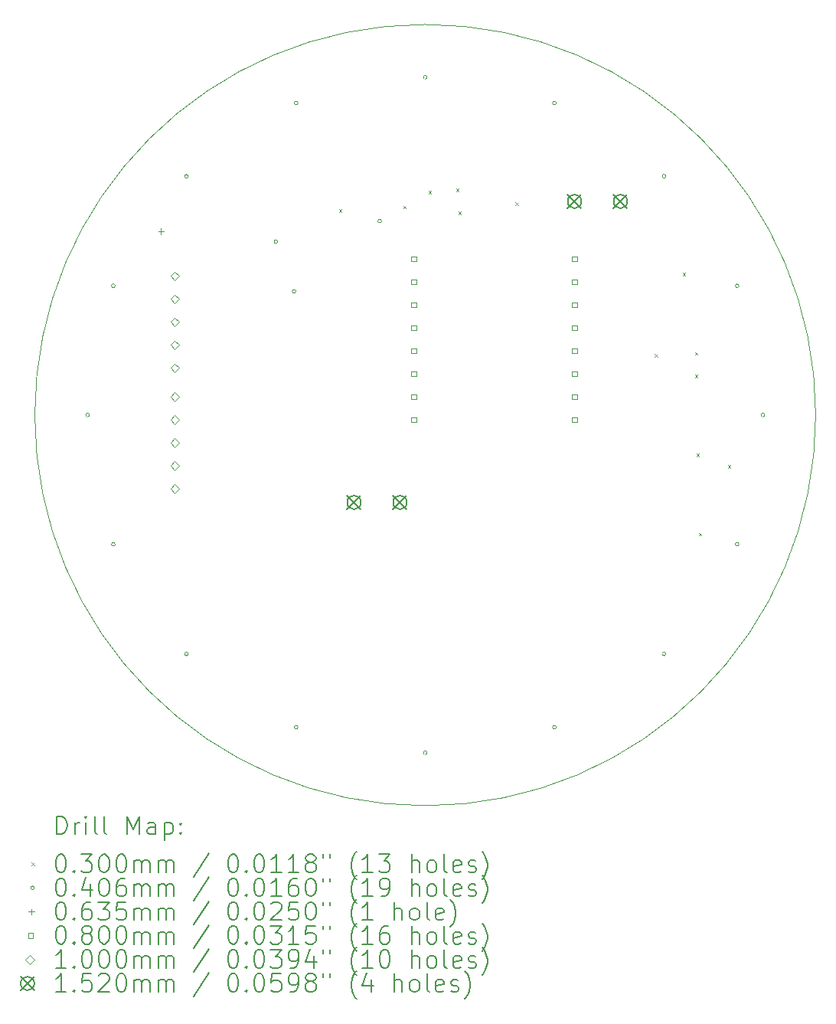
<source format=gbr>
%TF.GenerationSoftware,KiCad,Pcbnew,7.0.2*%
%TF.CreationDate,2023-06-22T15:29:07-04:00*%
%TF.ProjectId,protopico,70726f74-6f70-4696-936f-2e6b69636164,rev?*%
%TF.SameCoordinates,Original*%
%TF.FileFunction,Drillmap*%
%TF.FilePolarity,Positive*%
%FSLAX45Y45*%
G04 Gerber Fmt 4.5, Leading zero omitted, Abs format (unit mm)*
G04 Created by KiCad (PCBNEW 7.0.2) date 2023-06-22 15:29:07*
%MOMM*%
%LPD*%
G01*
G04 APERTURE LIST*
%ADD10C,0.101600*%
%ADD11C,0.200000*%
%ADD12C,0.030000*%
%ADD13C,0.040640*%
%ADD14C,0.063500*%
%ADD15C,0.080000*%
%ADD16C,0.100000*%
%ADD17C,0.152000*%
G04 APERTURE END LIST*
D10*
X19304000Y-9982200D02*
G75*
G03*
X19304000Y-9982200I-4318000J0D01*
G01*
D11*
D12*
X14031200Y-7706600D02*
X14061200Y-7736600D01*
X14061200Y-7706600D02*
X14031200Y-7736600D01*
X14742400Y-7670000D02*
X14772400Y-7700000D01*
X14772400Y-7670000D02*
X14742400Y-7700000D01*
X15021800Y-7503400D02*
X15051800Y-7533400D01*
X15051800Y-7503400D02*
X15021800Y-7533400D01*
X15326600Y-7478000D02*
X15356600Y-7508000D01*
X15356600Y-7478000D02*
X15326600Y-7508000D01*
X15352000Y-7732000D02*
X15382000Y-7762000D01*
X15382000Y-7732000D02*
X15352000Y-7762000D01*
X15985000Y-7632400D02*
X16015000Y-7662400D01*
X16015000Y-7632400D02*
X15985000Y-7662400D01*
X17523700Y-9306800D02*
X17553700Y-9336800D01*
X17553700Y-9306800D02*
X17523700Y-9336800D01*
X17835000Y-8410000D02*
X17865000Y-8440000D01*
X17865000Y-8410000D02*
X17835000Y-8440000D01*
X17968200Y-9285000D02*
X17998200Y-9315000D01*
X17998200Y-9285000D02*
X17968200Y-9315000D01*
X17968200Y-9535400D02*
X17998200Y-9565400D01*
X17998200Y-9535400D02*
X17968200Y-9565400D01*
X17985000Y-10410000D02*
X18015000Y-10440000D01*
X18015000Y-10410000D02*
X17985000Y-10440000D01*
X18010000Y-11285000D02*
X18040000Y-11315000D01*
X18040000Y-11285000D02*
X18010000Y-11315000D01*
X18332800Y-10535000D02*
X18362800Y-10565000D01*
X18362800Y-10535000D02*
X18332800Y-10565000D01*
D13*
X11272520Y-9982200D02*
G75*
G03*
X11272520Y-9982200I-20320J0D01*
G01*
X11556739Y-8553337D02*
G75*
G03*
X11556739Y-8553337I-20320J0D01*
G01*
X11556739Y-11411063D02*
G75*
G03*
X11556739Y-11411063I-20320J0D01*
G01*
X12366125Y-7342005D02*
G75*
G03*
X12366125Y-7342005I-20320J0D01*
G01*
X12366125Y-12622395D02*
G75*
G03*
X12366125Y-12622395I-20320J0D01*
G01*
X13355320Y-8064500D02*
G75*
G03*
X13355320Y-8064500I-20320J0D01*
G01*
X13555320Y-8613800D02*
G75*
G03*
X13555320Y-8613800I-20320J0D01*
G01*
X13577457Y-6532619D02*
G75*
G03*
X13577457Y-6532619I-20320J0D01*
G01*
X13577457Y-13431781D02*
G75*
G03*
X13577457Y-13431781I-20320J0D01*
G01*
X14503400Y-7838440D02*
G75*
G03*
X14503400Y-7838440I-20320J0D01*
G01*
X15006320Y-6248400D02*
G75*
G03*
X15006320Y-6248400I-20320J0D01*
G01*
X15006320Y-13716000D02*
G75*
G03*
X15006320Y-13716000I-20320J0D01*
G01*
X16435183Y-6532619D02*
G75*
G03*
X16435183Y-6532619I-20320J0D01*
G01*
X16435183Y-13431781D02*
G75*
G03*
X16435183Y-13431781I-20320J0D01*
G01*
X17646515Y-7342005D02*
G75*
G03*
X17646515Y-7342005I-20320J0D01*
G01*
X17646515Y-12622395D02*
G75*
G03*
X17646515Y-12622395I-20320J0D01*
G01*
X18455901Y-8553337D02*
G75*
G03*
X18455901Y-8553337I-20320J0D01*
G01*
X18455901Y-11411063D02*
G75*
G03*
X18455901Y-11411063I-20320J0D01*
G01*
X18740120Y-9982200D02*
G75*
G03*
X18740120Y-9982200I-20320J0D01*
G01*
D14*
X12065000Y-7918450D02*
X12065000Y-7981950D01*
X12033250Y-7950200D02*
X12096750Y-7950200D01*
D15*
X14887284Y-8283284D02*
X14887284Y-8226715D01*
X14830715Y-8226715D01*
X14830715Y-8283284D01*
X14887284Y-8283284D01*
X14887284Y-8537285D02*
X14887284Y-8480716D01*
X14830715Y-8480716D01*
X14830715Y-8537285D01*
X14887284Y-8537285D01*
X14887284Y-8791285D02*
X14887284Y-8734716D01*
X14830715Y-8734716D01*
X14830715Y-8791285D01*
X14887284Y-8791285D01*
X14887284Y-9045285D02*
X14887284Y-8988716D01*
X14830715Y-8988716D01*
X14830715Y-9045285D01*
X14887284Y-9045285D01*
X14887284Y-9299285D02*
X14887284Y-9242716D01*
X14830715Y-9242716D01*
X14830715Y-9299285D01*
X14887284Y-9299285D01*
X14887284Y-9553285D02*
X14887284Y-9496716D01*
X14830715Y-9496716D01*
X14830715Y-9553285D01*
X14887284Y-9553285D01*
X14887284Y-9807285D02*
X14887284Y-9750716D01*
X14830715Y-9750716D01*
X14830715Y-9807285D01*
X14887284Y-9807285D01*
X14887284Y-10061285D02*
X14887284Y-10004716D01*
X14830715Y-10004716D01*
X14830715Y-10061285D01*
X14887284Y-10061285D01*
X16665284Y-8283284D02*
X16665284Y-8226715D01*
X16608715Y-8226715D01*
X16608715Y-8283284D01*
X16665284Y-8283284D01*
X16665284Y-8537285D02*
X16665284Y-8480716D01*
X16608715Y-8480716D01*
X16608715Y-8537285D01*
X16665284Y-8537285D01*
X16665284Y-8791285D02*
X16665284Y-8734716D01*
X16608715Y-8734716D01*
X16608715Y-8791285D01*
X16665284Y-8791285D01*
X16665284Y-9045285D02*
X16665284Y-8988716D01*
X16608715Y-8988716D01*
X16608715Y-9045285D01*
X16665284Y-9045285D01*
X16665284Y-9299285D02*
X16665284Y-9242716D01*
X16608715Y-9242716D01*
X16608715Y-9299285D01*
X16665284Y-9299285D01*
X16665284Y-9553285D02*
X16665284Y-9496716D01*
X16608715Y-9496716D01*
X16608715Y-9553285D01*
X16665284Y-9553285D01*
X16665284Y-9807285D02*
X16665284Y-9750716D01*
X16608715Y-9750716D01*
X16608715Y-9807285D01*
X16665284Y-9807285D01*
X16665284Y-10061285D02*
X16665284Y-10004716D01*
X16608715Y-10004716D01*
X16608715Y-10061285D01*
X16665284Y-10061285D01*
D16*
X12217400Y-8495500D02*
X12267400Y-8445500D01*
X12217400Y-8395500D01*
X12167400Y-8445500D01*
X12217400Y-8495500D01*
X12217400Y-8749500D02*
X12267400Y-8699500D01*
X12217400Y-8649500D01*
X12167400Y-8699500D01*
X12217400Y-8749500D01*
X12217400Y-9003500D02*
X12267400Y-8953500D01*
X12217400Y-8903500D01*
X12167400Y-8953500D01*
X12217400Y-9003500D01*
X12217400Y-9257500D02*
X12267400Y-9207500D01*
X12217400Y-9157500D01*
X12167400Y-9207500D01*
X12217400Y-9257500D01*
X12217400Y-9511500D02*
X12267400Y-9461500D01*
X12217400Y-9411500D01*
X12167400Y-9461500D01*
X12217400Y-9511500D01*
X12217400Y-9829000D02*
X12267400Y-9779000D01*
X12217400Y-9729000D01*
X12167400Y-9779000D01*
X12217400Y-9829000D01*
X12217400Y-10083000D02*
X12267400Y-10033000D01*
X12217400Y-9983000D01*
X12167400Y-10033000D01*
X12217400Y-10083000D01*
X12217400Y-10337000D02*
X12267400Y-10287000D01*
X12217400Y-10237000D01*
X12167400Y-10287000D01*
X12217400Y-10337000D01*
X12217400Y-10591000D02*
X12267400Y-10541000D01*
X12217400Y-10491000D01*
X12167400Y-10541000D01*
X12217400Y-10591000D01*
X12217400Y-10845000D02*
X12267400Y-10795000D01*
X12217400Y-10745000D01*
X12167400Y-10795000D01*
X12217400Y-10845000D01*
D17*
X14122600Y-10871400D02*
X14274600Y-11023400D01*
X14274600Y-10871400D02*
X14122600Y-11023400D01*
X14274600Y-10947400D02*
G75*
G03*
X14274600Y-10947400I-76000J0D01*
G01*
X14630600Y-10871400D02*
X14782600Y-11023400D01*
X14782600Y-10871400D02*
X14630600Y-11023400D01*
X14782600Y-10947400D02*
G75*
G03*
X14782600Y-10947400I-76000J0D01*
G01*
X16561000Y-7544000D02*
X16713000Y-7696000D01*
X16713000Y-7544000D02*
X16561000Y-7696000D01*
X16713000Y-7620000D02*
G75*
G03*
X16713000Y-7620000I-76000J0D01*
G01*
X17069000Y-7544000D02*
X17221000Y-7696000D01*
X17221000Y-7544000D02*
X17069000Y-7696000D01*
X17221000Y-7620000D02*
G75*
G03*
X17221000Y-7620000I-76000J0D01*
G01*
D11*
X10910539Y-14617804D02*
X10910539Y-14417804D01*
X10910539Y-14417804D02*
X10958158Y-14417804D01*
X10958158Y-14417804D02*
X10986730Y-14427328D01*
X10986730Y-14427328D02*
X11005777Y-14446375D01*
X11005777Y-14446375D02*
X11015301Y-14465423D01*
X11015301Y-14465423D02*
X11024825Y-14503518D01*
X11024825Y-14503518D02*
X11024825Y-14532089D01*
X11024825Y-14532089D02*
X11015301Y-14570185D01*
X11015301Y-14570185D02*
X11005777Y-14589232D01*
X11005777Y-14589232D02*
X10986730Y-14608280D01*
X10986730Y-14608280D02*
X10958158Y-14617804D01*
X10958158Y-14617804D02*
X10910539Y-14617804D01*
X11110539Y-14617804D02*
X11110539Y-14484470D01*
X11110539Y-14522566D02*
X11120063Y-14503518D01*
X11120063Y-14503518D02*
X11129587Y-14493994D01*
X11129587Y-14493994D02*
X11148634Y-14484470D01*
X11148634Y-14484470D02*
X11167682Y-14484470D01*
X11234348Y-14617804D02*
X11234348Y-14484470D01*
X11234348Y-14417804D02*
X11224825Y-14427328D01*
X11224825Y-14427328D02*
X11234348Y-14436851D01*
X11234348Y-14436851D02*
X11243872Y-14427328D01*
X11243872Y-14427328D02*
X11234348Y-14417804D01*
X11234348Y-14417804D02*
X11234348Y-14436851D01*
X11358158Y-14617804D02*
X11339110Y-14608280D01*
X11339110Y-14608280D02*
X11329587Y-14589232D01*
X11329587Y-14589232D02*
X11329587Y-14417804D01*
X11462920Y-14617804D02*
X11443872Y-14608280D01*
X11443872Y-14608280D02*
X11434348Y-14589232D01*
X11434348Y-14589232D02*
X11434348Y-14417804D01*
X11691491Y-14617804D02*
X11691491Y-14417804D01*
X11691491Y-14417804D02*
X11758158Y-14560661D01*
X11758158Y-14560661D02*
X11824825Y-14417804D01*
X11824825Y-14417804D02*
X11824825Y-14617804D01*
X12005777Y-14617804D02*
X12005777Y-14513042D01*
X12005777Y-14513042D02*
X11996253Y-14493994D01*
X11996253Y-14493994D02*
X11977206Y-14484470D01*
X11977206Y-14484470D02*
X11939110Y-14484470D01*
X11939110Y-14484470D02*
X11920063Y-14493994D01*
X12005777Y-14608280D02*
X11986729Y-14617804D01*
X11986729Y-14617804D02*
X11939110Y-14617804D01*
X11939110Y-14617804D02*
X11920063Y-14608280D01*
X11920063Y-14608280D02*
X11910539Y-14589232D01*
X11910539Y-14589232D02*
X11910539Y-14570185D01*
X11910539Y-14570185D02*
X11920063Y-14551137D01*
X11920063Y-14551137D02*
X11939110Y-14541613D01*
X11939110Y-14541613D02*
X11986729Y-14541613D01*
X11986729Y-14541613D02*
X12005777Y-14532089D01*
X12101015Y-14484470D02*
X12101015Y-14684470D01*
X12101015Y-14493994D02*
X12120063Y-14484470D01*
X12120063Y-14484470D02*
X12158158Y-14484470D01*
X12158158Y-14484470D02*
X12177206Y-14493994D01*
X12177206Y-14493994D02*
X12186729Y-14503518D01*
X12186729Y-14503518D02*
X12196253Y-14522566D01*
X12196253Y-14522566D02*
X12196253Y-14579708D01*
X12196253Y-14579708D02*
X12186729Y-14598756D01*
X12186729Y-14598756D02*
X12177206Y-14608280D01*
X12177206Y-14608280D02*
X12158158Y-14617804D01*
X12158158Y-14617804D02*
X12120063Y-14617804D01*
X12120063Y-14617804D02*
X12101015Y-14608280D01*
X12281968Y-14598756D02*
X12291491Y-14608280D01*
X12291491Y-14608280D02*
X12281968Y-14617804D01*
X12281968Y-14617804D02*
X12272444Y-14608280D01*
X12272444Y-14608280D02*
X12281968Y-14598756D01*
X12281968Y-14598756D02*
X12281968Y-14617804D01*
X12281968Y-14493994D02*
X12291491Y-14503518D01*
X12291491Y-14503518D02*
X12281968Y-14513042D01*
X12281968Y-14513042D02*
X12272444Y-14503518D01*
X12272444Y-14503518D02*
X12281968Y-14493994D01*
X12281968Y-14493994D02*
X12281968Y-14513042D01*
D12*
X10632920Y-14930280D02*
X10662920Y-14960280D01*
X10662920Y-14930280D02*
X10632920Y-14960280D01*
D11*
X10948634Y-14837804D02*
X10967682Y-14837804D01*
X10967682Y-14837804D02*
X10986730Y-14847328D01*
X10986730Y-14847328D02*
X10996253Y-14856851D01*
X10996253Y-14856851D02*
X11005777Y-14875899D01*
X11005777Y-14875899D02*
X11015301Y-14913994D01*
X11015301Y-14913994D02*
X11015301Y-14961613D01*
X11015301Y-14961613D02*
X11005777Y-14999708D01*
X11005777Y-14999708D02*
X10996253Y-15018756D01*
X10996253Y-15018756D02*
X10986730Y-15028280D01*
X10986730Y-15028280D02*
X10967682Y-15037804D01*
X10967682Y-15037804D02*
X10948634Y-15037804D01*
X10948634Y-15037804D02*
X10929587Y-15028280D01*
X10929587Y-15028280D02*
X10920063Y-15018756D01*
X10920063Y-15018756D02*
X10910539Y-14999708D01*
X10910539Y-14999708D02*
X10901015Y-14961613D01*
X10901015Y-14961613D02*
X10901015Y-14913994D01*
X10901015Y-14913994D02*
X10910539Y-14875899D01*
X10910539Y-14875899D02*
X10920063Y-14856851D01*
X10920063Y-14856851D02*
X10929587Y-14847328D01*
X10929587Y-14847328D02*
X10948634Y-14837804D01*
X11101015Y-15018756D02*
X11110539Y-15028280D01*
X11110539Y-15028280D02*
X11101015Y-15037804D01*
X11101015Y-15037804D02*
X11091491Y-15028280D01*
X11091491Y-15028280D02*
X11101015Y-15018756D01*
X11101015Y-15018756D02*
X11101015Y-15037804D01*
X11177206Y-14837804D02*
X11301015Y-14837804D01*
X11301015Y-14837804D02*
X11234348Y-14913994D01*
X11234348Y-14913994D02*
X11262920Y-14913994D01*
X11262920Y-14913994D02*
X11281968Y-14923518D01*
X11281968Y-14923518D02*
X11291491Y-14933042D01*
X11291491Y-14933042D02*
X11301015Y-14952089D01*
X11301015Y-14952089D02*
X11301015Y-14999708D01*
X11301015Y-14999708D02*
X11291491Y-15018756D01*
X11291491Y-15018756D02*
X11281968Y-15028280D01*
X11281968Y-15028280D02*
X11262920Y-15037804D01*
X11262920Y-15037804D02*
X11205777Y-15037804D01*
X11205777Y-15037804D02*
X11186729Y-15028280D01*
X11186729Y-15028280D02*
X11177206Y-15018756D01*
X11424825Y-14837804D02*
X11443872Y-14837804D01*
X11443872Y-14837804D02*
X11462920Y-14847328D01*
X11462920Y-14847328D02*
X11472444Y-14856851D01*
X11472444Y-14856851D02*
X11481968Y-14875899D01*
X11481968Y-14875899D02*
X11491491Y-14913994D01*
X11491491Y-14913994D02*
X11491491Y-14961613D01*
X11491491Y-14961613D02*
X11481968Y-14999708D01*
X11481968Y-14999708D02*
X11472444Y-15018756D01*
X11472444Y-15018756D02*
X11462920Y-15028280D01*
X11462920Y-15028280D02*
X11443872Y-15037804D01*
X11443872Y-15037804D02*
X11424825Y-15037804D01*
X11424825Y-15037804D02*
X11405777Y-15028280D01*
X11405777Y-15028280D02*
X11396253Y-15018756D01*
X11396253Y-15018756D02*
X11386729Y-14999708D01*
X11386729Y-14999708D02*
X11377206Y-14961613D01*
X11377206Y-14961613D02*
X11377206Y-14913994D01*
X11377206Y-14913994D02*
X11386729Y-14875899D01*
X11386729Y-14875899D02*
X11396253Y-14856851D01*
X11396253Y-14856851D02*
X11405777Y-14847328D01*
X11405777Y-14847328D02*
X11424825Y-14837804D01*
X11615301Y-14837804D02*
X11634349Y-14837804D01*
X11634349Y-14837804D02*
X11653396Y-14847328D01*
X11653396Y-14847328D02*
X11662920Y-14856851D01*
X11662920Y-14856851D02*
X11672444Y-14875899D01*
X11672444Y-14875899D02*
X11681968Y-14913994D01*
X11681968Y-14913994D02*
X11681968Y-14961613D01*
X11681968Y-14961613D02*
X11672444Y-14999708D01*
X11672444Y-14999708D02*
X11662920Y-15018756D01*
X11662920Y-15018756D02*
X11653396Y-15028280D01*
X11653396Y-15028280D02*
X11634349Y-15037804D01*
X11634349Y-15037804D02*
X11615301Y-15037804D01*
X11615301Y-15037804D02*
X11596253Y-15028280D01*
X11596253Y-15028280D02*
X11586729Y-15018756D01*
X11586729Y-15018756D02*
X11577206Y-14999708D01*
X11577206Y-14999708D02*
X11567682Y-14961613D01*
X11567682Y-14961613D02*
X11567682Y-14913994D01*
X11567682Y-14913994D02*
X11577206Y-14875899D01*
X11577206Y-14875899D02*
X11586729Y-14856851D01*
X11586729Y-14856851D02*
X11596253Y-14847328D01*
X11596253Y-14847328D02*
X11615301Y-14837804D01*
X11767682Y-15037804D02*
X11767682Y-14904470D01*
X11767682Y-14923518D02*
X11777206Y-14913994D01*
X11777206Y-14913994D02*
X11796253Y-14904470D01*
X11796253Y-14904470D02*
X11824825Y-14904470D01*
X11824825Y-14904470D02*
X11843872Y-14913994D01*
X11843872Y-14913994D02*
X11853396Y-14933042D01*
X11853396Y-14933042D02*
X11853396Y-15037804D01*
X11853396Y-14933042D02*
X11862920Y-14913994D01*
X11862920Y-14913994D02*
X11881968Y-14904470D01*
X11881968Y-14904470D02*
X11910539Y-14904470D01*
X11910539Y-14904470D02*
X11929587Y-14913994D01*
X11929587Y-14913994D02*
X11939110Y-14933042D01*
X11939110Y-14933042D02*
X11939110Y-15037804D01*
X12034349Y-15037804D02*
X12034349Y-14904470D01*
X12034349Y-14923518D02*
X12043872Y-14913994D01*
X12043872Y-14913994D02*
X12062920Y-14904470D01*
X12062920Y-14904470D02*
X12091491Y-14904470D01*
X12091491Y-14904470D02*
X12110539Y-14913994D01*
X12110539Y-14913994D02*
X12120063Y-14933042D01*
X12120063Y-14933042D02*
X12120063Y-15037804D01*
X12120063Y-14933042D02*
X12129587Y-14913994D01*
X12129587Y-14913994D02*
X12148634Y-14904470D01*
X12148634Y-14904470D02*
X12177206Y-14904470D01*
X12177206Y-14904470D02*
X12196253Y-14913994D01*
X12196253Y-14913994D02*
X12205777Y-14933042D01*
X12205777Y-14933042D02*
X12205777Y-15037804D01*
X12596253Y-14828280D02*
X12424825Y-15085423D01*
X12853396Y-14837804D02*
X12872444Y-14837804D01*
X12872444Y-14837804D02*
X12891492Y-14847328D01*
X12891492Y-14847328D02*
X12901015Y-14856851D01*
X12901015Y-14856851D02*
X12910539Y-14875899D01*
X12910539Y-14875899D02*
X12920063Y-14913994D01*
X12920063Y-14913994D02*
X12920063Y-14961613D01*
X12920063Y-14961613D02*
X12910539Y-14999708D01*
X12910539Y-14999708D02*
X12901015Y-15018756D01*
X12901015Y-15018756D02*
X12891492Y-15028280D01*
X12891492Y-15028280D02*
X12872444Y-15037804D01*
X12872444Y-15037804D02*
X12853396Y-15037804D01*
X12853396Y-15037804D02*
X12834349Y-15028280D01*
X12834349Y-15028280D02*
X12824825Y-15018756D01*
X12824825Y-15018756D02*
X12815301Y-14999708D01*
X12815301Y-14999708D02*
X12805777Y-14961613D01*
X12805777Y-14961613D02*
X12805777Y-14913994D01*
X12805777Y-14913994D02*
X12815301Y-14875899D01*
X12815301Y-14875899D02*
X12824825Y-14856851D01*
X12824825Y-14856851D02*
X12834349Y-14847328D01*
X12834349Y-14847328D02*
X12853396Y-14837804D01*
X13005777Y-15018756D02*
X13015301Y-15028280D01*
X13015301Y-15028280D02*
X13005777Y-15037804D01*
X13005777Y-15037804D02*
X12996253Y-15028280D01*
X12996253Y-15028280D02*
X13005777Y-15018756D01*
X13005777Y-15018756D02*
X13005777Y-15037804D01*
X13139111Y-14837804D02*
X13158158Y-14837804D01*
X13158158Y-14837804D02*
X13177206Y-14847328D01*
X13177206Y-14847328D02*
X13186730Y-14856851D01*
X13186730Y-14856851D02*
X13196253Y-14875899D01*
X13196253Y-14875899D02*
X13205777Y-14913994D01*
X13205777Y-14913994D02*
X13205777Y-14961613D01*
X13205777Y-14961613D02*
X13196253Y-14999708D01*
X13196253Y-14999708D02*
X13186730Y-15018756D01*
X13186730Y-15018756D02*
X13177206Y-15028280D01*
X13177206Y-15028280D02*
X13158158Y-15037804D01*
X13158158Y-15037804D02*
X13139111Y-15037804D01*
X13139111Y-15037804D02*
X13120063Y-15028280D01*
X13120063Y-15028280D02*
X13110539Y-15018756D01*
X13110539Y-15018756D02*
X13101015Y-14999708D01*
X13101015Y-14999708D02*
X13091492Y-14961613D01*
X13091492Y-14961613D02*
X13091492Y-14913994D01*
X13091492Y-14913994D02*
X13101015Y-14875899D01*
X13101015Y-14875899D02*
X13110539Y-14856851D01*
X13110539Y-14856851D02*
X13120063Y-14847328D01*
X13120063Y-14847328D02*
X13139111Y-14837804D01*
X13396253Y-15037804D02*
X13281968Y-15037804D01*
X13339111Y-15037804D02*
X13339111Y-14837804D01*
X13339111Y-14837804D02*
X13320063Y-14866375D01*
X13320063Y-14866375D02*
X13301015Y-14885423D01*
X13301015Y-14885423D02*
X13281968Y-14894947D01*
X13586730Y-15037804D02*
X13472444Y-15037804D01*
X13529587Y-15037804D02*
X13529587Y-14837804D01*
X13529587Y-14837804D02*
X13510539Y-14866375D01*
X13510539Y-14866375D02*
X13491492Y-14885423D01*
X13491492Y-14885423D02*
X13472444Y-14894947D01*
X13701015Y-14923518D02*
X13681968Y-14913994D01*
X13681968Y-14913994D02*
X13672444Y-14904470D01*
X13672444Y-14904470D02*
X13662920Y-14885423D01*
X13662920Y-14885423D02*
X13662920Y-14875899D01*
X13662920Y-14875899D02*
X13672444Y-14856851D01*
X13672444Y-14856851D02*
X13681968Y-14847328D01*
X13681968Y-14847328D02*
X13701015Y-14837804D01*
X13701015Y-14837804D02*
X13739111Y-14837804D01*
X13739111Y-14837804D02*
X13758158Y-14847328D01*
X13758158Y-14847328D02*
X13767682Y-14856851D01*
X13767682Y-14856851D02*
X13777206Y-14875899D01*
X13777206Y-14875899D02*
X13777206Y-14885423D01*
X13777206Y-14885423D02*
X13767682Y-14904470D01*
X13767682Y-14904470D02*
X13758158Y-14913994D01*
X13758158Y-14913994D02*
X13739111Y-14923518D01*
X13739111Y-14923518D02*
X13701015Y-14923518D01*
X13701015Y-14923518D02*
X13681968Y-14933042D01*
X13681968Y-14933042D02*
X13672444Y-14942566D01*
X13672444Y-14942566D02*
X13662920Y-14961613D01*
X13662920Y-14961613D02*
X13662920Y-14999708D01*
X13662920Y-14999708D02*
X13672444Y-15018756D01*
X13672444Y-15018756D02*
X13681968Y-15028280D01*
X13681968Y-15028280D02*
X13701015Y-15037804D01*
X13701015Y-15037804D02*
X13739111Y-15037804D01*
X13739111Y-15037804D02*
X13758158Y-15028280D01*
X13758158Y-15028280D02*
X13767682Y-15018756D01*
X13767682Y-15018756D02*
X13777206Y-14999708D01*
X13777206Y-14999708D02*
X13777206Y-14961613D01*
X13777206Y-14961613D02*
X13767682Y-14942566D01*
X13767682Y-14942566D02*
X13758158Y-14933042D01*
X13758158Y-14933042D02*
X13739111Y-14923518D01*
X13853396Y-14837804D02*
X13853396Y-14875899D01*
X13929587Y-14837804D02*
X13929587Y-14875899D01*
X14224825Y-15113994D02*
X14215301Y-15104470D01*
X14215301Y-15104470D02*
X14196254Y-15075899D01*
X14196254Y-15075899D02*
X14186730Y-15056851D01*
X14186730Y-15056851D02*
X14177206Y-15028280D01*
X14177206Y-15028280D02*
X14167682Y-14980661D01*
X14167682Y-14980661D02*
X14167682Y-14942566D01*
X14167682Y-14942566D02*
X14177206Y-14894947D01*
X14177206Y-14894947D02*
X14186730Y-14866375D01*
X14186730Y-14866375D02*
X14196254Y-14847328D01*
X14196254Y-14847328D02*
X14215301Y-14818756D01*
X14215301Y-14818756D02*
X14224825Y-14809232D01*
X14405777Y-15037804D02*
X14291492Y-15037804D01*
X14348634Y-15037804D02*
X14348634Y-14837804D01*
X14348634Y-14837804D02*
X14329587Y-14866375D01*
X14329587Y-14866375D02*
X14310539Y-14885423D01*
X14310539Y-14885423D02*
X14291492Y-14894947D01*
X14472444Y-14837804D02*
X14596254Y-14837804D01*
X14596254Y-14837804D02*
X14529587Y-14913994D01*
X14529587Y-14913994D02*
X14558158Y-14913994D01*
X14558158Y-14913994D02*
X14577206Y-14923518D01*
X14577206Y-14923518D02*
X14586730Y-14933042D01*
X14586730Y-14933042D02*
X14596254Y-14952089D01*
X14596254Y-14952089D02*
X14596254Y-14999708D01*
X14596254Y-14999708D02*
X14586730Y-15018756D01*
X14586730Y-15018756D02*
X14577206Y-15028280D01*
X14577206Y-15028280D02*
X14558158Y-15037804D01*
X14558158Y-15037804D02*
X14501015Y-15037804D01*
X14501015Y-15037804D02*
X14481968Y-15028280D01*
X14481968Y-15028280D02*
X14472444Y-15018756D01*
X14834349Y-15037804D02*
X14834349Y-14837804D01*
X14920063Y-15037804D02*
X14920063Y-14933042D01*
X14920063Y-14933042D02*
X14910539Y-14913994D01*
X14910539Y-14913994D02*
X14891492Y-14904470D01*
X14891492Y-14904470D02*
X14862920Y-14904470D01*
X14862920Y-14904470D02*
X14843873Y-14913994D01*
X14843873Y-14913994D02*
X14834349Y-14923518D01*
X15043873Y-15037804D02*
X15024825Y-15028280D01*
X15024825Y-15028280D02*
X15015301Y-15018756D01*
X15015301Y-15018756D02*
X15005777Y-14999708D01*
X15005777Y-14999708D02*
X15005777Y-14942566D01*
X15005777Y-14942566D02*
X15015301Y-14923518D01*
X15015301Y-14923518D02*
X15024825Y-14913994D01*
X15024825Y-14913994D02*
X15043873Y-14904470D01*
X15043873Y-14904470D02*
X15072444Y-14904470D01*
X15072444Y-14904470D02*
X15091492Y-14913994D01*
X15091492Y-14913994D02*
X15101016Y-14923518D01*
X15101016Y-14923518D02*
X15110539Y-14942566D01*
X15110539Y-14942566D02*
X15110539Y-14999708D01*
X15110539Y-14999708D02*
X15101016Y-15018756D01*
X15101016Y-15018756D02*
X15091492Y-15028280D01*
X15091492Y-15028280D02*
X15072444Y-15037804D01*
X15072444Y-15037804D02*
X15043873Y-15037804D01*
X15224825Y-15037804D02*
X15205777Y-15028280D01*
X15205777Y-15028280D02*
X15196254Y-15009232D01*
X15196254Y-15009232D02*
X15196254Y-14837804D01*
X15377206Y-15028280D02*
X15358158Y-15037804D01*
X15358158Y-15037804D02*
X15320063Y-15037804D01*
X15320063Y-15037804D02*
X15301016Y-15028280D01*
X15301016Y-15028280D02*
X15291492Y-15009232D01*
X15291492Y-15009232D02*
X15291492Y-14933042D01*
X15291492Y-14933042D02*
X15301016Y-14913994D01*
X15301016Y-14913994D02*
X15320063Y-14904470D01*
X15320063Y-14904470D02*
X15358158Y-14904470D01*
X15358158Y-14904470D02*
X15377206Y-14913994D01*
X15377206Y-14913994D02*
X15386730Y-14933042D01*
X15386730Y-14933042D02*
X15386730Y-14952089D01*
X15386730Y-14952089D02*
X15291492Y-14971137D01*
X15462920Y-15028280D02*
X15481968Y-15037804D01*
X15481968Y-15037804D02*
X15520063Y-15037804D01*
X15520063Y-15037804D02*
X15539111Y-15028280D01*
X15539111Y-15028280D02*
X15548635Y-15009232D01*
X15548635Y-15009232D02*
X15548635Y-14999708D01*
X15548635Y-14999708D02*
X15539111Y-14980661D01*
X15539111Y-14980661D02*
X15520063Y-14971137D01*
X15520063Y-14971137D02*
X15491492Y-14971137D01*
X15491492Y-14971137D02*
X15472444Y-14961613D01*
X15472444Y-14961613D02*
X15462920Y-14942566D01*
X15462920Y-14942566D02*
X15462920Y-14933042D01*
X15462920Y-14933042D02*
X15472444Y-14913994D01*
X15472444Y-14913994D02*
X15491492Y-14904470D01*
X15491492Y-14904470D02*
X15520063Y-14904470D01*
X15520063Y-14904470D02*
X15539111Y-14913994D01*
X15615301Y-15113994D02*
X15624825Y-15104470D01*
X15624825Y-15104470D02*
X15643873Y-15075899D01*
X15643873Y-15075899D02*
X15653397Y-15056851D01*
X15653397Y-15056851D02*
X15662920Y-15028280D01*
X15662920Y-15028280D02*
X15672444Y-14980661D01*
X15672444Y-14980661D02*
X15672444Y-14942566D01*
X15672444Y-14942566D02*
X15662920Y-14894947D01*
X15662920Y-14894947D02*
X15653397Y-14866375D01*
X15653397Y-14866375D02*
X15643873Y-14847328D01*
X15643873Y-14847328D02*
X15624825Y-14818756D01*
X15624825Y-14818756D02*
X15615301Y-14809232D01*
D13*
X10662920Y-15209280D02*
G75*
G03*
X10662920Y-15209280I-20320J0D01*
G01*
D11*
X10948634Y-15101804D02*
X10967682Y-15101804D01*
X10967682Y-15101804D02*
X10986730Y-15111328D01*
X10986730Y-15111328D02*
X10996253Y-15120851D01*
X10996253Y-15120851D02*
X11005777Y-15139899D01*
X11005777Y-15139899D02*
X11015301Y-15177994D01*
X11015301Y-15177994D02*
X11015301Y-15225613D01*
X11015301Y-15225613D02*
X11005777Y-15263708D01*
X11005777Y-15263708D02*
X10996253Y-15282756D01*
X10996253Y-15282756D02*
X10986730Y-15292280D01*
X10986730Y-15292280D02*
X10967682Y-15301804D01*
X10967682Y-15301804D02*
X10948634Y-15301804D01*
X10948634Y-15301804D02*
X10929587Y-15292280D01*
X10929587Y-15292280D02*
X10920063Y-15282756D01*
X10920063Y-15282756D02*
X10910539Y-15263708D01*
X10910539Y-15263708D02*
X10901015Y-15225613D01*
X10901015Y-15225613D02*
X10901015Y-15177994D01*
X10901015Y-15177994D02*
X10910539Y-15139899D01*
X10910539Y-15139899D02*
X10920063Y-15120851D01*
X10920063Y-15120851D02*
X10929587Y-15111328D01*
X10929587Y-15111328D02*
X10948634Y-15101804D01*
X11101015Y-15282756D02*
X11110539Y-15292280D01*
X11110539Y-15292280D02*
X11101015Y-15301804D01*
X11101015Y-15301804D02*
X11091491Y-15292280D01*
X11091491Y-15292280D02*
X11101015Y-15282756D01*
X11101015Y-15282756D02*
X11101015Y-15301804D01*
X11281968Y-15168470D02*
X11281968Y-15301804D01*
X11234348Y-15092280D02*
X11186729Y-15235137D01*
X11186729Y-15235137D02*
X11310539Y-15235137D01*
X11424825Y-15101804D02*
X11443872Y-15101804D01*
X11443872Y-15101804D02*
X11462920Y-15111328D01*
X11462920Y-15111328D02*
X11472444Y-15120851D01*
X11472444Y-15120851D02*
X11481968Y-15139899D01*
X11481968Y-15139899D02*
X11491491Y-15177994D01*
X11491491Y-15177994D02*
X11491491Y-15225613D01*
X11491491Y-15225613D02*
X11481968Y-15263708D01*
X11481968Y-15263708D02*
X11472444Y-15282756D01*
X11472444Y-15282756D02*
X11462920Y-15292280D01*
X11462920Y-15292280D02*
X11443872Y-15301804D01*
X11443872Y-15301804D02*
X11424825Y-15301804D01*
X11424825Y-15301804D02*
X11405777Y-15292280D01*
X11405777Y-15292280D02*
X11396253Y-15282756D01*
X11396253Y-15282756D02*
X11386729Y-15263708D01*
X11386729Y-15263708D02*
X11377206Y-15225613D01*
X11377206Y-15225613D02*
X11377206Y-15177994D01*
X11377206Y-15177994D02*
X11386729Y-15139899D01*
X11386729Y-15139899D02*
X11396253Y-15120851D01*
X11396253Y-15120851D02*
X11405777Y-15111328D01*
X11405777Y-15111328D02*
X11424825Y-15101804D01*
X11662920Y-15101804D02*
X11624825Y-15101804D01*
X11624825Y-15101804D02*
X11605777Y-15111328D01*
X11605777Y-15111328D02*
X11596253Y-15120851D01*
X11596253Y-15120851D02*
X11577206Y-15149423D01*
X11577206Y-15149423D02*
X11567682Y-15187518D01*
X11567682Y-15187518D02*
X11567682Y-15263708D01*
X11567682Y-15263708D02*
X11577206Y-15282756D01*
X11577206Y-15282756D02*
X11586729Y-15292280D01*
X11586729Y-15292280D02*
X11605777Y-15301804D01*
X11605777Y-15301804D02*
X11643872Y-15301804D01*
X11643872Y-15301804D02*
X11662920Y-15292280D01*
X11662920Y-15292280D02*
X11672444Y-15282756D01*
X11672444Y-15282756D02*
X11681968Y-15263708D01*
X11681968Y-15263708D02*
X11681968Y-15216089D01*
X11681968Y-15216089D02*
X11672444Y-15197042D01*
X11672444Y-15197042D02*
X11662920Y-15187518D01*
X11662920Y-15187518D02*
X11643872Y-15177994D01*
X11643872Y-15177994D02*
X11605777Y-15177994D01*
X11605777Y-15177994D02*
X11586729Y-15187518D01*
X11586729Y-15187518D02*
X11577206Y-15197042D01*
X11577206Y-15197042D02*
X11567682Y-15216089D01*
X11767682Y-15301804D02*
X11767682Y-15168470D01*
X11767682Y-15187518D02*
X11777206Y-15177994D01*
X11777206Y-15177994D02*
X11796253Y-15168470D01*
X11796253Y-15168470D02*
X11824825Y-15168470D01*
X11824825Y-15168470D02*
X11843872Y-15177994D01*
X11843872Y-15177994D02*
X11853396Y-15197042D01*
X11853396Y-15197042D02*
X11853396Y-15301804D01*
X11853396Y-15197042D02*
X11862920Y-15177994D01*
X11862920Y-15177994D02*
X11881968Y-15168470D01*
X11881968Y-15168470D02*
X11910539Y-15168470D01*
X11910539Y-15168470D02*
X11929587Y-15177994D01*
X11929587Y-15177994D02*
X11939110Y-15197042D01*
X11939110Y-15197042D02*
X11939110Y-15301804D01*
X12034349Y-15301804D02*
X12034349Y-15168470D01*
X12034349Y-15187518D02*
X12043872Y-15177994D01*
X12043872Y-15177994D02*
X12062920Y-15168470D01*
X12062920Y-15168470D02*
X12091491Y-15168470D01*
X12091491Y-15168470D02*
X12110539Y-15177994D01*
X12110539Y-15177994D02*
X12120063Y-15197042D01*
X12120063Y-15197042D02*
X12120063Y-15301804D01*
X12120063Y-15197042D02*
X12129587Y-15177994D01*
X12129587Y-15177994D02*
X12148634Y-15168470D01*
X12148634Y-15168470D02*
X12177206Y-15168470D01*
X12177206Y-15168470D02*
X12196253Y-15177994D01*
X12196253Y-15177994D02*
X12205777Y-15197042D01*
X12205777Y-15197042D02*
X12205777Y-15301804D01*
X12596253Y-15092280D02*
X12424825Y-15349423D01*
X12853396Y-15101804D02*
X12872444Y-15101804D01*
X12872444Y-15101804D02*
X12891492Y-15111328D01*
X12891492Y-15111328D02*
X12901015Y-15120851D01*
X12901015Y-15120851D02*
X12910539Y-15139899D01*
X12910539Y-15139899D02*
X12920063Y-15177994D01*
X12920063Y-15177994D02*
X12920063Y-15225613D01*
X12920063Y-15225613D02*
X12910539Y-15263708D01*
X12910539Y-15263708D02*
X12901015Y-15282756D01*
X12901015Y-15282756D02*
X12891492Y-15292280D01*
X12891492Y-15292280D02*
X12872444Y-15301804D01*
X12872444Y-15301804D02*
X12853396Y-15301804D01*
X12853396Y-15301804D02*
X12834349Y-15292280D01*
X12834349Y-15292280D02*
X12824825Y-15282756D01*
X12824825Y-15282756D02*
X12815301Y-15263708D01*
X12815301Y-15263708D02*
X12805777Y-15225613D01*
X12805777Y-15225613D02*
X12805777Y-15177994D01*
X12805777Y-15177994D02*
X12815301Y-15139899D01*
X12815301Y-15139899D02*
X12824825Y-15120851D01*
X12824825Y-15120851D02*
X12834349Y-15111328D01*
X12834349Y-15111328D02*
X12853396Y-15101804D01*
X13005777Y-15282756D02*
X13015301Y-15292280D01*
X13015301Y-15292280D02*
X13005777Y-15301804D01*
X13005777Y-15301804D02*
X12996253Y-15292280D01*
X12996253Y-15292280D02*
X13005777Y-15282756D01*
X13005777Y-15282756D02*
X13005777Y-15301804D01*
X13139111Y-15101804D02*
X13158158Y-15101804D01*
X13158158Y-15101804D02*
X13177206Y-15111328D01*
X13177206Y-15111328D02*
X13186730Y-15120851D01*
X13186730Y-15120851D02*
X13196253Y-15139899D01*
X13196253Y-15139899D02*
X13205777Y-15177994D01*
X13205777Y-15177994D02*
X13205777Y-15225613D01*
X13205777Y-15225613D02*
X13196253Y-15263708D01*
X13196253Y-15263708D02*
X13186730Y-15282756D01*
X13186730Y-15282756D02*
X13177206Y-15292280D01*
X13177206Y-15292280D02*
X13158158Y-15301804D01*
X13158158Y-15301804D02*
X13139111Y-15301804D01*
X13139111Y-15301804D02*
X13120063Y-15292280D01*
X13120063Y-15292280D02*
X13110539Y-15282756D01*
X13110539Y-15282756D02*
X13101015Y-15263708D01*
X13101015Y-15263708D02*
X13091492Y-15225613D01*
X13091492Y-15225613D02*
X13091492Y-15177994D01*
X13091492Y-15177994D02*
X13101015Y-15139899D01*
X13101015Y-15139899D02*
X13110539Y-15120851D01*
X13110539Y-15120851D02*
X13120063Y-15111328D01*
X13120063Y-15111328D02*
X13139111Y-15101804D01*
X13396253Y-15301804D02*
X13281968Y-15301804D01*
X13339111Y-15301804D02*
X13339111Y-15101804D01*
X13339111Y-15101804D02*
X13320063Y-15130375D01*
X13320063Y-15130375D02*
X13301015Y-15149423D01*
X13301015Y-15149423D02*
X13281968Y-15158947D01*
X13567682Y-15101804D02*
X13529587Y-15101804D01*
X13529587Y-15101804D02*
X13510539Y-15111328D01*
X13510539Y-15111328D02*
X13501015Y-15120851D01*
X13501015Y-15120851D02*
X13481968Y-15149423D01*
X13481968Y-15149423D02*
X13472444Y-15187518D01*
X13472444Y-15187518D02*
X13472444Y-15263708D01*
X13472444Y-15263708D02*
X13481968Y-15282756D01*
X13481968Y-15282756D02*
X13491492Y-15292280D01*
X13491492Y-15292280D02*
X13510539Y-15301804D01*
X13510539Y-15301804D02*
X13548634Y-15301804D01*
X13548634Y-15301804D02*
X13567682Y-15292280D01*
X13567682Y-15292280D02*
X13577206Y-15282756D01*
X13577206Y-15282756D02*
X13586730Y-15263708D01*
X13586730Y-15263708D02*
X13586730Y-15216089D01*
X13586730Y-15216089D02*
X13577206Y-15197042D01*
X13577206Y-15197042D02*
X13567682Y-15187518D01*
X13567682Y-15187518D02*
X13548634Y-15177994D01*
X13548634Y-15177994D02*
X13510539Y-15177994D01*
X13510539Y-15177994D02*
X13491492Y-15187518D01*
X13491492Y-15187518D02*
X13481968Y-15197042D01*
X13481968Y-15197042D02*
X13472444Y-15216089D01*
X13710539Y-15101804D02*
X13729587Y-15101804D01*
X13729587Y-15101804D02*
X13748634Y-15111328D01*
X13748634Y-15111328D02*
X13758158Y-15120851D01*
X13758158Y-15120851D02*
X13767682Y-15139899D01*
X13767682Y-15139899D02*
X13777206Y-15177994D01*
X13777206Y-15177994D02*
X13777206Y-15225613D01*
X13777206Y-15225613D02*
X13767682Y-15263708D01*
X13767682Y-15263708D02*
X13758158Y-15282756D01*
X13758158Y-15282756D02*
X13748634Y-15292280D01*
X13748634Y-15292280D02*
X13729587Y-15301804D01*
X13729587Y-15301804D02*
X13710539Y-15301804D01*
X13710539Y-15301804D02*
X13691492Y-15292280D01*
X13691492Y-15292280D02*
X13681968Y-15282756D01*
X13681968Y-15282756D02*
X13672444Y-15263708D01*
X13672444Y-15263708D02*
X13662920Y-15225613D01*
X13662920Y-15225613D02*
X13662920Y-15177994D01*
X13662920Y-15177994D02*
X13672444Y-15139899D01*
X13672444Y-15139899D02*
X13681968Y-15120851D01*
X13681968Y-15120851D02*
X13691492Y-15111328D01*
X13691492Y-15111328D02*
X13710539Y-15101804D01*
X13853396Y-15101804D02*
X13853396Y-15139899D01*
X13929587Y-15101804D02*
X13929587Y-15139899D01*
X14224825Y-15377994D02*
X14215301Y-15368470D01*
X14215301Y-15368470D02*
X14196254Y-15339899D01*
X14196254Y-15339899D02*
X14186730Y-15320851D01*
X14186730Y-15320851D02*
X14177206Y-15292280D01*
X14177206Y-15292280D02*
X14167682Y-15244661D01*
X14167682Y-15244661D02*
X14167682Y-15206566D01*
X14167682Y-15206566D02*
X14177206Y-15158947D01*
X14177206Y-15158947D02*
X14186730Y-15130375D01*
X14186730Y-15130375D02*
X14196254Y-15111328D01*
X14196254Y-15111328D02*
X14215301Y-15082756D01*
X14215301Y-15082756D02*
X14224825Y-15073232D01*
X14405777Y-15301804D02*
X14291492Y-15301804D01*
X14348634Y-15301804D02*
X14348634Y-15101804D01*
X14348634Y-15101804D02*
X14329587Y-15130375D01*
X14329587Y-15130375D02*
X14310539Y-15149423D01*
X14310539Y-15149423D02*
X14291492Y-15158947D01*
X14501015Y-15301804D02*
X14539111Y-15301804D01*
X14539111Y-15301804D02*
X14558158Y-15292280D01*
X14558158Y-15292280D02*
X14567682Y-15282756D01*
X14567682Y-15282756D02*
X14586730Y-15254185D01*
X14586730Y-15254185D02*
X14596254Y-15216089D01*
X14596254Y-15216089D02*
X14596254Y-15139899D01*
X14596254Y-15139899D02*
X14586730Y-15120851D01*
X14586730Y-15120851D02*
X14577206Y-15111328D01*
X14577206Y-15111328D02*
X14558158Y-15101804D01*
X14558158Y-15101804D02*
X14520063Y-15101804D01*
X14520063Y-15101804D02*
X14501015Y-15111328D01*
X14501015Y-15111328D02*
X14491492Y-15120851D01*
X14491492Y-15120851D02*
X14481968Y-15139899D01*
X14481968Y-15139899D02*
X14481968Y-15187518D01*
X14481968Y-15187518D02*
X14491492Y-15206566D01*
X14491492Y-15206566D02*
X14501015Y-15216089D01*
X14501015Y-15216089D02*
X14520063Y-15225613D01*
X14520063Y-15225613D02*
X14558158Y-15225613D01*
X14558158Y-15225613D02*
X14577206Y-15216089D01*
X14577206Y-15216089D02*
X14586730Y-15206566D01*
X14586730Y-15206566D02*
X14596254Y-15187518D01*
X14834349Y-15301804D02*
X14834349Y-15101804D01*
X14920063Y-15301804D02*
X14920063Y-15197042D01*
X14920063Y-15197042D02*
X14910539Y-15177994D01*
X14910539Y-15177994D02*
X14891492Y-15168470D01*
X14891492Y-15168470D02*
X14862920Y-15168470D01*
X14862920Y-15168470D02*
X14843873Y-15177994D01*
X14843873Y-15177994D02*
X14834349Y-15187518D01*
X15043873Y-15301804D02*
X15024825Y-15292280D01*
X15024825Y-15292280D02*
X15015301Y-15282756D01*
X15015301Y-15282756D02*
X15005777Y-15263708D01*
X15005777Y-15263708D02*
X15005777Y-15206566D01*
X15005777Y-15206566D02*
X15015301Y-15187518D01*
X15015301Y-15187518D02*
X15024825Y-15177994D01*
X15024825Y-15177994D02*
X15043873Y-15168470D01*
X15043873Y-15168470D02*
X15072444Y-15168470D01*
X15072444Y-15168470D02*
X15091492Y-15177994D01*
X15091492Y-15177994D02*
X15101016Y-15187518D01*
X15101016Y-15187518D02*
X15110539Y-15206566D01*
X15110539Y-15206566D02*
X15110539Y-15263708D01*
X15110539Y-15263708D02*
X15101016Y-15282756D01*
X15101016Y-15282756D02*
X15091492Y-15292280D01*
X15091492Y-15292280D02*
X15072444Y-15301804D01*
X15072444Y-15301804D02*
X15043873Y-15301804D01*
X15224825Y-15301804D02*
X15205777Y-15292280D01*
X15205777Y-15292280D02*
X15196254Y-15273232D01*
X15196254Y-15273232D02*
X15196254Y-15101804D01*
X15377206Y-15292280D02*
X15358158Y-15301804D01*
X15358158Y-15301804D02*
X15320063Y-15301804D01*
X15320063Y-15301804D02*
X15301016Y-15292280D01*
X15301016Y-15292280D02*
X15291492Y-15273232D01*
X15291492Y-15273232D02*
X15291492Y-15197042D01*
X15291492Y-15197042D02*
X15301016Y-15177994D01*
X15301016Y-15177994D02*
X15320063Y-15168470D01*
X15320063Y-15168470D02*
X15358158Y-15168470D01*
X15358158Y-15168470D02*
X15377206Y-15177994D01*
X15377206Y-15177994D02*
X15386730Y-15197042D01*
X15386730Y-15197042D02*
X15386730Y-15216089D01*
X15386730Y-15216089D02*
X15291492Y-15235137D01*
X15462920Y-15292280D02*
X15481968Y-15301804D01*
X15481968Y-15301804D02*
X15520063Y-15301804D01*
X15520063Y-15301804D02*
X15539111Y-15292280D01*
X15539111Y-15292280D02*
X15548635Y-15273232D01*
X15548635Y-15273232D02*
X15548635Y-15263708D01*
X15548635Y-15263708D02*
X15539111Y-15244661D01*
X15539111Y-15244661D02*
X15520063Y-15235137D01*
X15520063Y-15235137D02*
X15491492Y-15235137D01*
X15491492Y-15235137D02*
X15472444Y-15225613D01*
X15472444Y-15225613D02*
X15462920Y-15206566D01*
X15462920Y-15206566D02*
X15462920Y-15197042D01*
X15462920Y-15197042D02*
X15472444Y-15177994D01*
X15472444Y-15177994D02*
X15491492Y-15168470D01*
X15491492Y-15168470D02*
X15520063Y-15168470D01*
X15520063Y-15168470D02*
X15539111Y-15177994D01*
X15615301Y-15377994D02*
X15624825Y-15368470D01*
X15624825Y-15368470D02*
X15643873Y-15339899D01*
X15643873Y-15339899D02*
X15653397Y-15320851D01*
X15653397Y-15320851D02*
X15662920Y-15292280D01*
X15662920Y-15292280D02*
X15672444Y-15244661D01*
X15672444Y-15244661D02*
X15672444Y-15206566D01*
X15672444Y-15206566D02*
X15662920Y-15158947D01*
X15662920Y-15158947D02*
X15653397Y-15130375D01*
X15653397Y-15130375D02*
X15643873Y-15111328D01*
X15643873Y-15111328D02*
X15624825Y-15082756D01*
X15624825Y-15082756D02*
X15615301Y-15073232D01*
D14*
X10631170Y-15441530D02*
X10631170Y-15505030D01*
X10599420Y-15473280D02*
X10662920Y-15473280D01*
D11*
X10948634Y-15365804D02*
X10967682Y-15365804D01*
X10967682Y-15365804D02*
X10986730Y-15375328D01*
X10986730Y-15375328D02*
X10996253Y-15384851D01*
X10996253Y-15384851D02*
X11005777Y-15403899D01*
X11005777Y-15403899D02*
X11015301Y-15441994D01*
X11015301Y-15441994D02*
X11015301Y-15489613D01*
X11015301Y-15489613D02*
X11005777Y-15527708D01*
X11005777Y-15527708D02*
X10996253Y-15546756D01*
X10996253Y-15546756D02*
X10986730Y-15556280D01*
X10986730Y-15556280D02*
X10967682Y-15565804D01*
X10967682Y-15565804D02*
X10948634Y-15565804D01*
X10948634Y-15565804D02*
X10929587Y-15556280D01*
X10929587Y-15556280D02*
X10920063Y-15546756D01*
X10920063Y-15546756D02*
X10910539Y-15527708D01*
X10910539Y-15527708D02*
X10901015Y-15489613D01*
X10901015Y-15489613D02*
X10901015Y-15441994D01*
X10901015Y-15441994D02*
X10910539Y-15403899D01*
X10910539Y-15403899D02*
X10920063Y-15384851D01*
X10920063Y-15384851D02*
X10929587Y-15375328D01*
X10929587Y-15375328D02*
X10948634Y-15365804D01*
X11101015Y-15546756D02*
X11110539Y-15556280D01*
X11110539Y-15556280D02*
X11101015Y-15565804D01*
X11101015Y-15565804D02*
X11091491Y-15556280D01*
X11091491Y-15556280D02*
X11101015Y-15546756D01*
X11101015Y-15546756D02*
X11101015Y-15565804D01*
X11281968Y-15365804D02*
X11243872Y-15365804D01*
X11243872Y-15365804D02*
X11224825Y-15375328D01*
X11224825Y-15375328D02*
X11215301Y-15384851D01*
X11215301Y-15384851D02*
X11196253Y-15413423D01*
X11196253Y-15413423D02*
X11186729Y-15451518D01*
X11186729Y-15451518D02*
X11186729Y-15527708D01*
X11186729Y-15527708D02*
X11196253Y-15546756D01*
X11196253Y-15546756D02*
X11205777Y-15556280D01*
X11205777Y-15556280D02*
X11224825Y-15565804D01*
X11224825Y-15565804D02*
X11262920Y-15565804D01*
X11262920Y-15565804D02*
X11281968Y-15556280D01*
X11281968Y-15556280D02*
X11291491Y-15546756D01*
X11291491Y-15546756D02*
X11301015Y-15527708D01*
X11301015Y-15527708D02*
X11301015Y-15480089D01*
X11301015Y-15480089D02*
X11291491Y-15461042D01*
X11291491Y-15461042D02*
X11281968Y-15451518D01*
X11281968Y-15451518D02*
X11262920Y-15441994D01*
X11262920Y-15441994D02*
X11224825Y-15441994D01*
X11224825Y-15441994D02*
X11205777Y-15451518D01*
X11205777Y-15451518D02*
X11196253Y-15461042D01*
X11196253Y-15461042D02*
X11186729Y-15480089D01*
X11367682Y-15365804D02*
X11491491Y-15365804D01*
X11491491Y-15365804D02*
X11424825Y-15441994D01*
X11424825Y-15441994D02*
X11453396Y-15441994D01*
X11453396Y-15441994D02*
X11472444Y-15451518D01*
X11472444Y-15451518D02*
X11481968Y-15461042D01*
X11481968Y-15461042D02*
X11491491Y-15480089D01*
X11491491Y-15480089D02*
X11491491Y-15527708D01*
X11491491Y-15527708D02*
X11481968Y-15546756D01*
X11481968Y-15546756D02*
X11472444Y-15556280D01*
X11472444Y-15556280D02*
X11453396Y-15565804D01*
X11453396Y-15565804D02*
X11396253Y-15565804D01*
X11396253Y-15565804D02*
X11377206Y-15556280D01*
X11377206Y-15556280D02*
X11367682Y-15546756D01*
X11672444Y-15365804D02*
X11577206Y-15365804D01*
X11577206Y-15365804D02*
X11567682Y-15461042D01*
X11567682Y-15461042D02*
X11577206Y-15451518D01*
X11577206Y-15451518D02*
X11596253Y-15441994D01*
X11596253Y-15441994D02*
X11643872Y-15441994D01*
X11643872Y-15441994D02*
X11662920Y-15451518D01*
X11662920Y-15451518D02*
X11672444Y-15461042D01*
X11672444Y-15461042D02*
X11681968Y-15480089D01*
X11681968Y-15480089D02*
X11681968Y-15527708D01*
X11681968Y-15527708D02*
X11672444Y-15546756D01*
X11672444Y-15546756D02*
X11662920Y-15556280D01*
X11662920Y-15556280D02*
X11643872Y-15565804D01*
X11643872Y-15565804D02*
X11596253Y-15565804D01*
X11596253Y-15565804D02*
X11577206Y-15556280D01*
X11577206Y-15556280D02*
X11567682Y-15546756D01*
X11767682Y-15565804D02*
X11767682Y-15432470D01*
X11767682Y-15451518D02*
X11777206Y-15441994D01*
X11777206Y-15441994D02*
X11796253Y-15432470D01*
X11796253Y-15432470D02*
X11824825Y-15432470D01*
X11824825Y-15432470D02*
X11843872Y-15441994D01*
X11843872Y-15441994D02*
X11853396Y-15461042D01*
X11853396Y-15461042D02*
X11853396Y-15565804D01*
X11853396Y-15461042D02*
X11862920Y-15441994D01*
X11862920Y-15441994D02*
X11881968Y-15432470D01*
X11881968Y-15432470D02*
X11910539Y-15432470D01*
X11910539Y-15432470D02*
X11929587Y-15441994D01*
X11929587Y-15441994D02*
X11939110Y-15461042D01*
X11939110Y-15461042D02*
X11939110Y-15565804D01*
X12034349Y-15565804D02*
X12034349Y-15432470D01*
X12034349Y-15451518D02*
X12043872Y-15441994D01*
X12043872Y-15441994D02*
X12062920Y-15432470D01*
X12062920Y-15432470D02*
X12091491Y-15432470D01*
X12091491Y-15432470D02*
X12110539Y-15441994D01*
X12110539Y-15441994D02*
X12120063Y-15461042D01*
X12120063Y-15461042D02*
X12120063Y-15565804D01*
X12120063Y-15461042D02*
X12129587Y-15441994D01*
X12129587Y-15441994D02*
X12148634Y-15432470D01*
X12148634Y-15432470D02*
X12177206Y-15432470D01*
X12177206Y-15432470D02*
X12196253Y-15441994D01*
X12196253Y-15441994D02*
X12205777Y-15461042D01*
X12205777Y-15461042D02*
X12205777Y-15565804D01*
X12596253Y-15356280D02*
X12424825Y-15613423D01*
X12853396Y-15365804D02*
X12872444Y-15365804D01*
X12872444Y-15365804D02*
X12891492Y-15375328D01*
X12891492Y-15375328D02*
X12901015Y-15384851D01*
X12901015Y-15384851D02*
X12910539Y-15403899D01*
X12910539Y-15403899D02*
X12920063Y-15441994D01*
X12920063Y-15441994D02*
X12920063Y-15489613D01*
X12920063Y-15489613D02*
X12910539Y-15527708D01*
X12910539Y-15527708D02*
X12901015Y-15546756D01*
X12901015Y-15546756D02*
X12891492Y-15556280D01*
X12891492Y-15556280D02*
X12872444Y-15565804D01*
X12872444Y-15565804D02*
X12853396Y-15565804D01*
X12853396Y-15565804D02*
X12834349Y-15556280D01*
X12834349Y-15556280D02*
X12824825Y-15546756D01*
X12824825Y-15546756D02*
X12815301Y-15527708D01*
X12815301Y-15527708D02*
X12805777Y-15489613D01*
X12805777Y-15489613D02*
X12805777Y-15441994D01*
X12805777Y-15441994D02*
X12815301Y-15403899D01*
X12815301Y-15403899D02*
X12824825Y-15384851D01*
X12824825Y-15384851D02*
X12834349Y-15375328D01*
X12834349Y-15375328D02*
X12853396Y-15365804D01*
X13005777Y-15546756D02*
X13015301Y-15556280D01*
X13015301Y-15556280D02*
X13005777Y-15565804D01*
X13005777Y-15565804D02*
X12996253Y-15556280D01*
X12996253Y-15556280D02*
X13005777Y-15546756D01*
X13005777Y-15546756D02*
X13005777Y-15565804D01*
X13139111Y-15365804D02*
X13158158Y-15365804D01*
X13158158Y-15365804D02*
X13177206Y-15375328D01*
X13177206Y-15375328D02*
X13186730Y-15384851D01*
X13186730Y-15384851D02*
X13196253Y-15403899D01*
X13196253Y-15403899D02*
X13205777Y-15441994D01*
X13205777Y-15441994D02*
X13205777Y-15489613D01*
X13205777Y-15489613D02*
X13196253Y-15527708D01*
X13196253Y-15527708D02*
X13186730Y-15546756D01*
X13186730Y-15546756D02*
X13177206Y-15556280D01*
X13177206Y-15556280D02*
X13158158Y-15565804D01*
X13158158Y-15565804D02*
X13139111Y-15565804D01*
X13139111Y-15565804D02*
X13120063Y-15556280D01*
X13120063Y-15556280D02*
X13110539Y-15546756D01*
X13110539Y-15546756D02*
X13101015Y-15527708D01*
X13101015Y-15527708D02*
X13091492Y-15489613D01*
X13091492Y-15489613D02*
X13091492Y-15441994D01*
X13091492Y-15441994D02*
X13101015Y-15403899D01*
X13101015Y-15403899D02*
X13110539Y-15384851D01*
X13110539Y-15384851D02*
X13120063Y-15375328D01*
X13120063Y-15375328D02*
X13139111Y-15365804D01*
X13281968Y-15384851D02*
X13291492Y-15375328D01*
X13291492Y-15375328D02*
X13310539Y-15365804D01*
X13310539Y-15365804D02*
X13358158Y-15365804D01*
X13358158Y-15365804D02*
X13377206Y-15375328D01*
X13377206Y-15375328D02*
X13386730Y-15384851D01*
X13386730Y-15384851D02*
X13396253Y-15403899D01*
X13396253Y-15403899D02*
X13396253Y-15422947D01*
X13396253Y-15422947D02*
X13386730Y-15451518D01*
X13386730Y-15451518D02*
X13272444Y-15565804D01*
X13272444Y-15565804D02*
X13396253Y-15565804D01*
X13577206Y-15365804D02*
X13481968Y-15365804D01*
X13481968Y-15365804D02*
X13472444Y-15461042D01*
X13472444Y-15461042D02*
X13481968Y-15451518D01*
X13481968Y-15451518D02*
X13501015Y-15441994D01*
X13501015Y-15441994D02*
X13548634Y-15441994D01*
X13548634Y-15441994D02*
X13567682Y-15451518D01*
X13567682Y-15451518D02*
X13577206Y-15461042D01*
X13577206Y-15461042D02*
X13586730Y-15480089D01*
X13586730Y-15480089D02*
X13586730Y-15527708D01*
X13586730Y-15527708D02*
X13577206Y-15546756D01*
X13577206Y-15546756D02*
X13567682Y-15556280D01*
X13567682Y-15556280D02*
X13548634Y-15565804D01*
X13548634Y-15565804D02*
X13501015Y-15565804D01*
X13501015Y-15565804D02*
X13481968Y-15556280D01*
X13481968Y-15556280D02*
X13472444Y-15546756D01*
X13710539Y-15365804D02*
X13729587Y-15365804D01*
X13729587Y-15365804D02*
X13748634Y-15375328D01*
X13748634Y-15375328D02*
X13758158Y-15384851D01*
X13758158Y-15384851D02*
X13767682Y-15403899D01*
X13767682Y-15403899D02*
X13777206Y-15441994D01*
X13777206Y-15441994D02*
X13777206Y-15489613D01*
X13777206Y-15489613D02*
X13767682Y-15527708D01*
X13767682Y-15527708D02*
X13758158Y-15546756D01*
X13758158Y-15546756D02*
X13748634Y-15556280D01*
X13748634Y-15556280D02*
X13729587Y-15565804D01*
X13729587Y-15565804D02*
X13710539Y-15565804D01*
X13710539Y-15565804D02*
X13691492Y-15556280D01*
X13691492Y-15556280D02*
X13681968Y-15546756D01*
X13681968Y-15546756D02*
X13672444Y-15527708D01*
X13672444Y-15527708D02*
X13662920Y-15489613D01*
X13662920Y-15489613D02*
X13662920Y-15441994D01*
X13662920Y-15441994D02*
X13672444Y-15403899D01*
X13672444Y-15403899D02*
X13681968Y-15384851D01*
X13681968Y-15384851D02*
X13691492Y-15375328D01*
X13691492Y-15375328D02*
X13710539Y-15365804D01*
X13853396Y-15365804D02*
X13853396Y-15403899D01*
X13929587Y-15365804D02*
X13929587Y-15403899D01*
X14224825Y-15641994D02*
X14215301Y-15632470D01*
X14215301Y-15632470D02*
X14196254Y-15603899D01*
X14196254Y-15603899D02*
X14186730Y-15584851D01*
X14186730Y-15584851D02*
X14177206Y-15556280D01*
X14177206Y-15556280D02*
X14167682Y-15508661D01*
X14167682Y-15508661D02*
X14167682Y-15470566D01*
X14167682Y-15470566D02*
X14177206Y-15422947D01*
X14177206Y-15422947D02*
X14186730Y-15394375D01*
X14186730Y-15394375D02*
X14196254Y-15375328D01*
X14196254Y-15375328D02*
X14215301Y-15346756D01*
X14215301Y-15346756D02*
X14224825Y-15337232D01*
X14405777Y-15565804D02*
X14291492Y-15565804D01*
X14348634Y-15565804D02*
X14348634Y-15365804D01*
X14348634Y-15365804D02*
X14329587Y-15394375D01*
X14329587Y-15394375D02*
X14310539Y-15413423D01*
X14310539Y-15413423D02*
X14291492Y-15422947D01*
X14643873Y-15565804D02*
X14643873Y-15365804D01*
X14729587Y-15565804D02*
X14729587Y-15461042D01*
X14729587Y-15461042D02*
X14720063Y-15441994D01*
X14720063Y-15441994D02*
X14701016Y-15432470D01*
X14701016Y-15432470D02*
X14672444Y-15432470D01*
X14672444Y-15432470D02*
X14653396Y-15441994D01*
X14653396Y-15441994D02*
X14643873Y-15451518D01*
X14853396Y-15565804D02*
X14834349Y-15556280D01*
X14834349Y-15556280D02*
X14824825Y-15546756D01*
X14824825Y-15546756D02*
X14815301Y-15527708D01*
X14815301Y-15527708D02*
X14815301Y-15470566D01*
X14815301Y-15470566D02*
X14824825Y-15451518D01*
X14824825Y-15451518D02*
X14834349Y-15441994D01*
X14834349Y-15441994D02*
X14853396Y-15432470D01*
X14853396Y-15432470D02*
X14881968Y-15432470D01*
X14881968Y-15432470D02*
X14901016Y-15441994D01*
X14901016Y-15441994D02*
X14910539Y-15451518D01*
X14910539Y-15451518D02*
X14920063Y-15470566D01*
X14920063Y-15470566D02*
X14920063Y-15527708D01*
X14920063Y-15527708D02*
X14910539Y-15546756D01*
X14910539Y-15546756D02*
X14901016Y-15556280D01*
X14901016Y-15556280D02*
X14881968Y-15565804D01*
X14881968Y-15565804D02*
X14853396Y-15565804D01*
X15034349Y-15565804D02*
X15015301Y-15556280D01*
X15015301Y-15556280D02*
X15005777Y-15537232D01*
X15005777Y-15537232D02*
X15005777Y-15365804D01*
X15186730Y-15556280D02*
X15167682Y-15565804D01*
X15167682Y-15565804D02*
X15129587Y-15565804D01*
X15129587Y-15565804D02*
X15110539Y-15556280D01*
X15110539Y-15556280D02*
X15101016Y-15537232D01*
X15101016Y-15537232D02*
X15101016Y-15461042D01*
X15101016Y-15461042D02*
X15110539Y-15441994D01*
X15110539Y-15441994D02*
X15129587Y-15432470D01*
X15129587Y-15432470D02*
X15167682Y-15432470D01*
X15167682Y-15432470D02*
X15186730Y-15441994D01*
X15186730Y-15441994D02*
X15196254Y-15461042D01*
X15196254Y-15461042D02*
X15196254Y-15480089D01*
X15196254Y-15480089D02*
X15101016Y-15499137D01*
X15262920Y-15641994D02*
X15272444Y-15632470D01*
X15272444Y-15632470D02*
X15291492Y-15603899D01*
X15291492Y-15603899D02*
X15301016Y-15584851D01*
X15301016Y-15584851D02*
X15310539Y-15556280D01*
X15310539Y-15556280D02*
X15320063Y-15508661D01*
X15320063Y-15508661D02*
X15320063Y-15470566D01*
X15320063Y-15470566D02*
X15310539Y-15422947D01*
X15310539Y-15422947D02*
X15301016Y-15394375D01*
X15301016Y-15394375D02*
X15291492Y-15375328D01*
X15291492Y-15375328D02*
X15272444Y-15346756D01*
X15272444Y-15346756D02*
X15262920Y-15337232D01*
D15*
X10651205Y-15765564D02*
X10651205Y-15708995D01*
X10594636Y-15708995D01*
X10594636Y-15765564D01*
X10651205Y-15765564D01*
D11*
X10948634Y-15629804D02*
X10967682Y-15629804D01*
X10967682Y-15629804D02*
X10986730Y-15639328D01*
X10986730Y-15639328D02*
X10996253Y-15648851D01*
X10996253Y-15648851D02*
X11005777Y-15667899D01*
X11005777Y-15667899D02*
X11015301Y-15705994D01*
X11015301Y-15705994D02*
X11015301Y-15753613D01*
X11015301Y-15753613D02*
X11005777Y-15791708D01*
X11005777Y-15791708D02*
X10996253Y-15810756D01*
X10996253Y-15810756D02*
X10986730Y-15820280D01*
X10986730Y-15820280D02*
X10967682Y-15829804D01*
X10967682Y-15829804D02*
X10948634Y-15829804D01*
X10948634Y-15829804D02*
X10929587Y-15820280D01*
X10929587Y-15820280D02*
X10920063Y-15810756D01*
X10920063Y-15810756D02*
X10910539Y-15791708D01*
X10910539Y-15791708D02*
X10901015Y-15753613D01*
X10901015Y-15753613D02*
X10901015Y-15705994D01*
X10901015Y-15705994D02*
X10910539Y-15667899D01*
X10910539Y-15667899D02*
X10920063Y-15648851D01*
X10920063Y-15648851D02*
X10929587Y-15639328D01*
X10929587Y-15639328D02*
X10948634Y-15629804D01*
X11101015Y-15810756D02*
X11110539Y-15820280D01*
X11110539Y-15820280D02*
X11101015Y-15829804D01*
X11101015Y-15829804D02*
X11091491Y-15820280D01*
X11091491Y-15820280D02*
X11101015Y-15810756D01*
X11101015Y-15810756D02*
X11101015Y-15829804D01*
X11224825Y-15715518D02*
X11205777Y-15705994D01*
X11205777Y-15705994D02*
X11196253Y-15696470D01*
X11196253Y-15696470D02*
X11186729Y-15677423D01*
X11186729Y-15677423D02*
X11186729Y-15667899D01*
X11186729Y-15667899D02*
X11196253Y-15648851D01*
X11196253Y-15648851D02*
X11205777Y-15639328D01*
X11205777Y-15639328D02*
X11224825Y-15629804D01*
X11224825Y-15629804D02*
X11262920Y-15629804D01*
X11262920Y-15629804D02*
X11281968Y-15639328D01*
X11281968Y-15639328D02*
X11291491Y-15648851D01*
X11291491Y-15648851D02*
X11301015Y-15667899D01*
X11301015Y-15667899D02*
X11301015Y-15677423D01*
X11301015Y-15677423D02*
X11291491Y-15696470D01*
X11291491Y-15696470D02*
X11281968Y-15705994D01*
X11281968Y-15705994D02*
X11262920Y-15715518D01*
X11262920Y-15715518D02*
X11224825Y-15715518D01*
X11224825Y-15715518D02*
X11205777Y-15725042D01*
X11205777Y-15725042D02*
X11196253Y-15734566D01*
X11196253Y-15734566D02*
X11186729Y-15753613D01*
X11186729Y-15753613D02*
X11186729Y-15791708D01*
X11186729Y-15791708D02*
X11196253Y-15810756D01*
X11196253Y-15810756D02*
X11205777Y-15820280D01*
X11205777Y-15820280D02*
X11224825Y-15829804D01*
X11224825Y-15829804D02*
X11262920Y-15829804D01*
X11262920Y-15829804D02*
X11281968Y-15820280D01*
X11281968Y-15820280D02*
X11291491Y-15810756D01*
X11291491Y-15810756D02*
X11301015Y-15791708D01*
X11301015Y-15791708D02*
X11301015Y-15753613D01*
X11301015Y-15753613D02*
X11291491Y-15734566D01*
X11291491Y-15734566D02*
X11281968Y-15725042D01*
X11281968Y-15725042D02*
X11262920Y-15715518D01*
X11424825Y-15629804D02*
X11443872Y-15629804D01*
X11443872Y-15629804D02*
X11462920Y-15639328D01*
X11462920Y-15639328D02*
X11472444Y-15648851D01*
X11472444Y-15648851D02*
X11481968Y-15667899D01*
X11481968Y-15667899D02*
X11491491Y-15705994D01*
X11491491Y-15705994D02*
X11491491Y-15753613D01*
X11491491Y-15753613D02*
X11481968Y-15791708D01*
X11481968Y-15791708D02*
X11472444Y-15810756D01*
X11472444Y-15810756D02*
X11462920Y-15820280D01*
X11462920Y-15820280D02*
X11443872Y-15829804D01*
X11443872Y-15829804D02*
X11424825Y-15829804D01*
X11424825Y-15829804D02*
X11405777Y-15820280D01*
X11405777Y-15820280D02*
X11396253Y-15810756D01*
X11396253Y-15810756D02*
X11386729Y-15791708D01*
X11386729Y-15791708D02*
X11377206Y-15753613D01*
X11377206Y-15753613D02*
X11377206Y-15705994D01*
X11377206Y-15705994D02*
X11386729Y-15667899D01*
X11386729Y-15667899D02*
X11396253Y-15648851D01*
X11396253Y-15648851D02*
X11405777Y-15639328D01*
X11405777Y-15639328D02*
X11424825Y-15629804D01*
X11615301Y-15629804D02*
X11634349Y-15629804D01*
X11634349Y-15629804D02*
X11653396Y-15639328D01*
X11653396Y-15639328D02*
X11662920Y-15648851D01*
X11662920Y-15648851D02*
X11672444Y-15667899D01*
X11672444Y-15667899D02*
X11681968Y-15705994D01*
X11681968Y-15705994D02*
X11681968Y-15753613D01*
X11681968Y-15753613D02*
X11672444Y-15791708D01*
X11672444Y-15791708D02*
X11662920Y-15810756D01*
X11662920Y-15810756D02*
X11653396Y-15820280D01*
X11653396Y-15820280D02*
X11634349Y-15829804D01*
X11634349Y-15829804D02*
X11615301Y-15829804D01*
X11615301Y-15829804D02*
X11596253Y-15820280D01*
X11596253Y-15820280D02*
X11586729Y-15810756D01*
X11586729Y-15810756D02*
X11577206Y-15791708D01*
X11577206Y-15791708D02*
X11567682Y-15753613D01*
X11567682Y-15753613D02*
X11567682Y-15705994D01*
X11567682Y-15705994D02*
X11577206Y-15667899D01*
X11577206Y-15667899D02*
X11586729Y-15648851D01*
X11586729Y-15648851D02*
X11596253Y-15639328D01*
X11596253Y-15639328D02*
X11615301Y-15629804D01*
X11767682Y-15829804D02*
X11767682Y-15696470D01*
X11767682Y-15715518D02*
X11777206Y-15705994D01*
X11777206Y-15705994D02*
X11796253Y-15696470D01*
X11796253Y-15696470D02*
X11824825Y-15696470D01*
X11824825Y-15696470D02*
X11843872Y-15705994D01*
X11843872Y-15705994D02*
X11853396Y-15725042D01*
X11853396Y-15725042D02*
X11853396Y-15829804D01*
X11853396Y-15725042D02*
X11862920Y-15705994D01*
X11862920Y-15705994D02*
X11881968Y-15696470D01*
X11881968Y-15696470D02*
X11910539Y-15696470D01*
X11910539Y-15696470D02*
X11929587Y-15705994D01*
X11929587Y-15705994D02*
X11939110Y-15725042D01*
X11939110Y-15725042D02*
X11939110Y-15829804D01*
X12034349Y-15829804D02*
X12034349Y-15696470D01*
X12034349Y-15715518D02*
X12043872Y-15705994D01*
X12043872Y-15705994D02*
X12062920Y-15696470D01*
X12062920Y-15696470D02*
X12091491Y-15696470D01*
X12091491Y-15696470D02*
X12110539Y-15705994D01*
X12110539Y-15705994D02*
X12120063Y-15725042D01*
X12120063Y-15725042D02*
X12120063Y-15829804D01*
X12120063Y-15725042D02*
X12129587Y-15705994D01*
X12129587Y-15705994D02*
X12148634Y-15696470D01*
X12148634Y-15696470D02*
X12177206Y-15696470D01*
X12177206Y-15696470D02*
X12196253Y-15705994D01*
X12196253Y-15705994D02*
X12205777Y-15725042D01*
X12205777Y-15725042D02*
X12205777Y-15829804D01*
X12596253Y-15620280D02*
X12424825Y-15877423D01*
X12853396Y-15629804D02*
X12872444Y-15629804D01*
X12872444Y-15629804D02*
X12891492Y-15639328D01*
X12891492Y-15639328D02*
X12901015Y-15648851D01*
X12901015Y-15648851D02*
X12910539Y-15667899D01*
X12910539Y-15667899D02*
X12920063Y-15705994D01*
X12920063Y-15705994D02*
X12920063Y-15753613D01*
X12920063Y-15753613D02*
X12910539Y-15791708D01*
X12910539Y-15791708D02*
X12901015Y-15810756D01*
X12901015Y-15810756D02*
X12891492Y-15820280D01*
X12891492Y-15820280D02*
X12872444Y-15829804D01*
X12872444Y-15829804D02*
X12853396Y-15829804D01*
X12853396Y-15829804D02*
X12834349Y-15820280D01*
X12834349Y-15820280D02*
X12824825Y-15810756D01*
X12824825Y-15810756D02*
X12815301Y-15791708D01*
X12815301Y-15791708D02*
X12805777Y-15753613D01*
X12805777Y-15753613D02*
X12805777Y-15705994D01*
X12805777Y-15705994D02*
X12815301Y-15667899D01*
X12815301Y-15667899D02*
X12824825Y-15648851D01*
X12824825Y-15648851D02*
X12834349Y-15639328D01*
X12834349Y-15639328D02*
X12853396Y-15629804D01*
X13005777Y-15810756D02*
X13015301Y-15820280D01*
X13015301Y-15820280D02*
X13005777Y-15829804D01*
X13005777Y-15829804D02*
X12996253Y-15820280D01*
X12996253Y-15820280D02*
X13005777Y-15810756D01*
X13005777Y-15810756D02*
X13005777Y-15829804D01*
X13139111Y-15629804D02*
X13158158Y-15629804D01*
X13158158Y-15629804D02*
X13177206Y-15639328D01*
X13177206Y-15639328D02*
X13186730Y-15648851D01*
X13186730Y-15648851D02*
X13196253Y-15667899D01*
X13196253Y-15667899D02*
X13205777Y-15705994D01*
X13205777Y-15705994D02*
X13205777Y-15753613D01*
X13205777Y-15753613D02*
X13196253Y-15791708D01*
X13196253Y-15791708D02*
X13186730Y-15810756D01*
X13186730Y-15810756D02*
X13177206Y-15820280D01*
X13177206Y-15820280D02*
X13158158Y-15829804D01*
X13158158Y-15829804D02*
X13139111Y-15829804D01*
X13139111Y-15829804D02*
X13120063Y-15820280D01*
X13120063Y-15820280D02*
X13110539Y-15810756D01*
X13110539Y-15810756D02*
X13101015Y-15791708D01*
X13101015Y-15791708D02*
X13091492Y-15753613D01*
X13091492Y-15753613D02*
X13091492Y-15705994D01*
X13091492Y-15705994D02*
X13101015Y-15667899D01*
X13101015Y-15667899D02*
X13110539Y-15648851D01*
X13110539Y-15648851D02*
X13120063Y-15639328D01*
X13120063Y-15639328D02*
X13139111Y-15629804D01*
X13272444Y-15629804D02*
X13396253Y-15629804D01*
X13396253Y-15629804D02*
X13329587Y-15705994D01*
X13329587Y-15705994D02*
X13358158Y-15705994D01*
X13358158Y-15705994D02*
X13377206Y-15715518D01*
X13377206Y-15715518D02*
X13386730Y-15725042D01*
X13386730Y-15725042D02*
X13396253Y-15744089D01*
X13396253Y-15744089D02*
X13396253Y-15791708D01*
X13396253Y-15791708D02*
X13386730Y-15810756D01*
X13386730Y-15810756D02*
X13377206Y-15820280D01*
X13377206Y-15820280D02*
X13358158Y-15829804D01*
X13358158Y-15829804D02*
X13301015Y-15829804D01*
X13301015Y-15829804D02*
X13281968Y-15820280D01*
X13281968Y-15820280D02*
X13272444Y-15810756D01*
X13586730Y-15829804D02*
X13472444Y-15829804D01*
X13529587Y-15829804D02*
X13529587Y-15629804D01*
X13529587Y-15629804D02*
X13510539Y-15658375D01*
X13510539Y-15658375D02*
X13491492Y-15677423D01*
X13491492Y-15677423D02*
X13472444Y-15686947D01*
X13767682Y-15629804D02*
X13672444Y-15629804D01*
X13672444Y-15629804D02*
X13662920Y-15725042D01*
X13662920Y-15725042D02*
X13672444Y-15715518D01*
X13672444Y-15715518D02*
X13691492Y-15705994D01*
X13691492Y-15705994D02*
X13739111Y-15705994D01*
X13739111Y-15705994D02*
X13758158Y-15715518D01*
X13758158Y-15715518D02*
X13767682Y-15725042D01*
X13767682Y-15725042D02*
X13777206Y-15744089D01*
X13777206Y-15744089D02*
X13777206Y-15791708D01*
X13777206Y-15791708D02*
X13767682Y-15810756D01*
X13767682Y-15810756D02*
X13758158Y-15820280D01*
X13758158Y-15820280D02*
X13739111Y-15829804D01*
X13739111Y-15829804D02*
X13691492Y-15829804D01*
X13691492Y-15829804D02*
X13672444Y-15820280D01*
X13672444Y-15820280D02*
X13662920Y-15810756D01*
X13853396Y-15629804D02*
X13853396Y-15667899D01*
X13929587Y-15629804D02*
X13929587Y-15667899D01*
X14224825Y-15905994D02*
X14215301Y-15896470D01*
X14215301Y-15896470D02*
X14196254Y-15867899D01*
X14196254Y-15867899D02*
X14186730Y-15848851D01*
X14186730Y-15848851D02*
X14177206Y-15820280D01*
X14177206Y-15820280D02*
X14167682Y-15772661D01*
X14167682Y-15772661D02*
X14167682Y-15734566D01*
X14167682Y-15734566D02*
X14177206Y-15686947D01*
X14177206Y-15686947D02*
X14186730Y-15658375D01*
X14186730Y-15658375D02*
X14196254Y-15639328D01*
X14196254Y-15639328D02*
X14215301Y-15610756D01*
X14215301Y-15610756D02*
X14224825Y-15601232D01*
X14405777Y-15829804D02*
X14291492Y-15829804D01*
X14348634Y-15829804D02*
X14348634Y-15629804D01*
X14348634Y-15629804D02*
X14329587Y-15658375D01*
X14329587Y-15658375D02*
X14310539Y-15677423D01*
X14310539Y-15677423D02*
X14291492Y-15686947D01*
X14577206Y-15629804D02*
X14539111Y-15629804D01*
X14539111Y-15629804D02*
X14520063Y-15639328D01*
X14520063Y-15639328D02*
X14510539Y-15648851D01*
X14510539Y-15648851D02*
X14491492Y-15677423D01*
X14491492Y-15677423D02*
X14481968Y-15715518D01*
X14481968Y-15715518D02*
X14481968Y-15791708D01*
X14481968Y-15791708D02*
X14491492Y-15810756D01*
X14491492Y-15810756D02*
X14501015Y-15820280D01*
X14501015Y-15820280D02*
X14520063Y-15829804D01*
X14520063Y-15829804D02*
X14558158Y-15829804D01*
X14558158Y-15829804D02*
X14577206Y-15820280D01*
X14577206Y-15820280D02*
X14586730Y-15810756D01*
X14586730Y-15810756D02*
X14596254Y-15791708D01*
X14596254Y-15791708D02*
X14596254Y-15744089D01*
X14596254Y-15744089D02*
X14586730Y-15725042D01*
X14586730Y-15725042D02*
X14577206Y-15715518D01*
X14577206Y-15715518D02*
X14558158Y-15705994D01*
X14558158Y-15705994D02*
X14520063Y-15705994D01*
X14520063Y-15705994D02*
X14501015Y-15715518D01*
X14501015Y-15715518D02*
X14491492Y-15725042D01*
X14491492Y-15725042D02*
X14481968Y-15744089D01*
X14834349Y-15829804D02*
X14834349Y-15629804D01*
X14920063Y-15829804D02*
X14920063Y-15725042D01*
X14920063Y-15725042D02*
X14910539Y-15705994D01*
X14910539Y-15705994D02*
X14891492Y-15696470D01*
X14891492Y-15696470D02*
X14862920Y-15696470D01*
X14862920Y-15696470D02*
X14843873Y-15705994D01*
X14843873Y-15705994D02*
X14834349Y-15715518D01*
X15043873Y-15829804D02*
X15024825Y-15820280D01*
X15024825Y-15820280D02*
X15015301Y-15810756D01*
X15015301Y-15810756D02*
X15005777Y-15791708D01*
X15005777Y-15791708D02*
X15005777Y-15734566D01*
X15005777Y-15734566D02*
X15015301Y-15715518D01*
X15015301Y-15715518D02*
X15024825Y-15705994D01*
X15024825Y-15705994D02*
X15043873Y-15696470D01*
X15043873Y-15696470D02*
X15072444Y-15696470D01*
X15072444Y-15696470D02*
X15091492Y-15705994D01*
X15091492Y-15705994D02*
X15101016Y-15715518D01*
X15101016Y-15715518D02*
X15110539Y-15734566D01*
X15110539Y-15734566D02*
X15110539Y-15791708D01*
X15110539Y-15791708D02*
X15101016Y-15810756D01*
X15101016Y-15810756D02*
X15091492Y-15820280D01*
X15091492Y-15820280D02*
X15072444Y-15829804D01*
X15072444Y-15829804D02*
X15043873Y-15829804D01*
X15224825Y-15829804D02*
X15205777Y-15820280D01*
X15205777Y-15820280D02*
X15196254Y-15801232D01*
X15196254Y-15801232D02*
X15196254Y-15629804D01*
X15377206Y-15820280D02*
X15358158Y-15829804D01*
X15358158Y-15829804D02*
X15320063Y-15829804D01*
X15320063Y-15829804D02*
X15301016Y-15820280D01*
X15301016Y-15820280D02*
X15291492Y-15801232D01*
X15291492Y-15801232D02*
X15291492Y-15725042D01*
X15291492Y-15725042D02*
X15301016Y-15705994D01*
X15301016Y-15705994D02*
X15320063Y-15696470D01*
X15320063Y-15696470D02*
X15358158Y-15696470D01*
X15358158Y-15696470D02*
X15377206Y-15705994D01*
X15377206Y-15705994D02*
X15386730Y-15725042D01*
X15386730Y-15725042D02*
X15386730Y-15744089D01*
X15386730Y-15744089D02*
X15291492Y-15763137D01*
X15462920Y-15820280D02*
X15481968Y-15829804D01*
X15481968Y-15829804D02*
X15520063Y-15829804D01*
X15520063Y-15829804D02*
X15539111Y-15820280D01*
X15539111Y-15820280D02*
X15548635Y-15801232D01*
X15548635Y-15801232D02*
X15548635Y-15791708D01*
X15548635Y-15791708D02*
X15539111Y-15772661D01*
X15539111Y-15772661D02*
X15520063Y-15763137D01*
X15520063Y-15763137D02*
X15491492Y-15763137D01*
X15491492Y-15763137D02*
X15472444Y-15753613D01*
X15472444Y-15753613D02*
X15462920Y-15734566D01*
X15462920Y-15734566D02*
X15462920Y-15725042D01*
X15462920Y-15725042D02*
X15472444Y-15705994D01*
X15472444Y-15705994D02*
X15491492Y-15696470D01*
X15491492Y-15696470D02*
X15520063Y-15696470D01*
X15520063Y-15696470D02*
X15539111Y-15705994D01*
X15615301Y-15905994D02*
X15624825Y-15896470D01*
X15624825Y-15896470D02*
X15643873Y-15867899D01*
X15643873Y-15867899D02*
X15653397Y-15848851D01*
X15653397Y-15848851D02*
X15662920Y-15820280D01*
X15662920Y-15820280D02*
X15672444Y-15772661D01*
X15672444Y-15772661D02*
X15672444Y-15734566D01*
X15672444Y-15734566D02*
X15662920Y-15686947D01*
X15662920Y-15686947D02*
X15653397Y-15658375D01*
X15653397Y-15658375D02*
X15643873Y-15639328D01*
X15643873Y-15639328D02*
X15624825Y-15610756D01*
X15624825Y-15610756D02*
X15615301Y-15601232D01*
D16*
X10612920Y-16051280D02*
X10662920Y-16001280D01*
X10612920Y-15951280D01*
X10562920Y-16001280D01*
X10612920Y-16051280D01*
D11*
X11015301Y-16093804D02*
X10901015Y-16093804D01*
X10958158Y-16093804D02*
X10958158Y-15893804D01*
X10958158Y-15893804D02*
X10939110Y-15922375D01*
X10939110Y-15922375D02*
X10920063Y-15941423D01*
X10920063Y-15941423D02*
X10901015Y-15950947D01*
X11101015Y-16074756D02*
X11110539Y-16084280D01*
X11110539Y-16084280D02*
X11101015Y-16093804D01*
X11101015Y-16093804D02*
X11091491Y-16084280D01*
X11091491Y-16084280D02*
X11101015Y-16074756D01*
X11101015Y-16074756D02*
X11101015Y-16093804D01*
X11234348Y-15893804D02*
X11253396Y-15893804D01*
X11253396Y-15893804D02*
X11272444Y-15903328D01*
X11272444Y-15903328D02*
X11281968Y-15912851D01*
X11281968Y-15912851D02*
X11291491Y-15931899D01*
X11291491Y-15931899D02*
X11301015Y-15969994D01*
X11301015Y-15969994D02*
X11301015Y-16017613D01*
X11301015Y-16017613D02*
X11291491Y-16055708D01*
X11291491Y-16055708D02*
X11281968Y-16074756D01*
X11281968Y-16074756D02*
X11272444Y-16084280D01*
X11272444Y-16084280D02*
X11253396Y-16093804D01*
X11253396Y-16093804D02*
X11234348Y-16093804D01*
X11234348Y-16093804D02*
X11215301Y-16084280D01*
X11215301Y-16084280D02*
X11205777Y-16074756D01*
X11205777Y-16074756D02*
X11196253Y-16055708D01*
X11196253Y-16055708D02*
X11186729Y-16017613D01*
X11186729Y-16017613D02*
X11186729Y-15969994D01*
X11186729Y-15969994D02*
X11196253Y-15931899D01*
X11196253Y-15931899D02*
X11205777Y-15912851D01*
X11205777Y-15912851D02*
X11215301Y-15903328D01*
X11215301Y-15903328D02*
X11234348Y-15893804D01*
X11424825Y-15893804D02*
X11443872Y-15893804D01*
X11443872Y-15893804D02*
X11462920Y-15903328D01*
X11462920Y-15903328D02*
X11472444Y-15912851D01*
X11472444Y-15912851D02*
X11481968Y-15931899D01*
X11481968Y-15931899D02*
X11491491Y-15969994D01*
X11491491Y-15969994D02*
X11491491Y-16017613D01*
X11491491Y-16017613D02*
X11481968Y-16055708D01*
X11481968Y-16055708D02*
X11472444Y-16074756D01*
X11472444Y-16074756D02*
X11462920Y-16084280D01*
X11462920Y-16084280D02*
X11443872Y-16093804D01*
X11443872Y-16093804D02*
X11424825Y-16093804D01*
X11424825Y-16093804D02*
X11405777Y-16084280D01*
X11405777Y-16084280D02*
X11396253Y-16074756D01*
X11396253Y-16074756D02*
X11386729Y-16055708D01*
X11386729Y-16055708D02*
X11377206Y-16017613D01*
X11377206Y-16017613D02*
X11377206Y-15969994D01*
X11377206Y-15969994D02*
X11386729Y-15931899D01*
X11386729Y-15931899D02*
X11396253Y-15912851D01*
X11396253Y-15912851D02*
X11405777Y-15903328D01*
X11405777Y-15903328D02*
X11424825Y-15893804D01*
X11615301Y-15893804D02*
X11634349Y-15893804D01*
X11634349Y-15893804D02*
X11653396Y-15903328D01*
X11653396Y-15903328D02*
X11662920Y-15912851D01*
X11662920Y-15912851D02*
X11672444Y-15931899D01*
X11672444Y-15931899D02*
X11681968Y-15969994D01*
X11681968Y-15969994D02*
X11681968Y-16017613D01*
X11681968Y-16017613D02*
X11672444Y-16055708D01*
X11672444Y-16055708D02*
X11662920Y-16074756D01*
X11662920Y-16074756D02*
X11653396Y-16084280D01*
X11653396Y-16084280D02*
X11634349Y-16093804D01*
X11634349Y-16093804D02*
X11615301Y-16093804D01*
X11615301Y-16093804D02*
X11596253Y-16084280D01*
X11596253Y-16084280D02*
X11586729Y-16074756D01*
X11586729Y-16074756D02*
X11577206Y-16055708D01*
X11577206Y-16055708D02*
X11567682Y-16017613D01*
X11567682Y-16017613D02*
X11567682Y-15969994D01*
X11567682Y-15969994D02*
X11577206Y-15931899D01*
X11577206Y-15931899D02*
X11586729Y-15912851D01*
X11586729Y-15912851D02*
X11596253Y-15903328D01*
X11596253Y-15903328D02*
X11615301Y-15893804D01*
X11767682Y-16093804D02*
X11767682Y-15960470D01*
X11767682Y-15979518D02*
X11777206Y-15969994D01*
X11777206Y-15969994D02*
X11796253Y-15960470D01*
X11796253Y-15960470D02*
X11824825Y-15960470D01*
X11824825Y-15960470D02*
X11843872Y-15969994D01*
X11843872Y-15969994D02*
X11853396Y-15989042D01*
X11853396Y-15989042D02*
X11853396Y-16093804D01*
X11853396Y-15989042D02*
X11862920Y-15969994D01*
X11862920Y-15969994D02*
X11881968Y-15960470D01*
X11881968Y-15960470D02*
X11910539Y-15960470D01*
X11910539Y-15960470D02*
X11929587Y-15969994D01*
X11929587Y-15969994D02*
X11939110Y-15989042D01*
X11939110Y-15989042D02*
X11939110Y-16093804D01*
X12034349Y-16093804D02*
X12034349Y-15960470D01*
X12034349Y-15979518D02*
X12043872Y-15969994D01*
X12043872Y-15969994D02*
X12062920Y-15960470D01*
X12062920Y-15960470D02*
X12091491Y-15960470D01*
X12091491Y-15960470D02*
X12110539Y-15969994D01*
X12110539Y-15969994D02*
X12120063Y-15989042D01*
X12120063Y-15989042D02*
X12120063Y-16093804D01*
X12120063Y-15989042D02*
X12129587Y-15969994D01*
X12129587Y-15969994D02*
X12148634Y-15960470D01*
X12148634Y-15960470D02*
X12177206Y-15960470D01*
X12177206Y-15960470D02*
X12196253Y-15969994D01*
X12196253Y-15969994D02*
X12205777Y-15989042D01*
X12205777Y-15989042D02*
X12205777Y-16093804D01*
X12596253Y-15884280D02*
X12424825Y-16141423D01*
X12853396Y-15893804D02*
X12872444Y-15893804D01*
X12872444Y-15893804D02*
X12891492Y-15903328D01*
X12891492Y-15903328D02*
X12901015Y-15912851D01*
X12901015Y-15912851D02*
X12910539Y-15931899D01*
X12910539Y-15931899D02*
X12920063Y-15969994D01*
X12920063Y-15969994D02*
X12920063Y-16017613D01*
X12920063Y-16017613D02*
X12910539Y-16055708D01*
X12910539Y-16055708D02*
X12901015Y-16074756D01*
X12901015Y-16074756D02*
X12891492Y-16084280D01*
X12891492Y-16084280D02*
X12872444Y-16093804D01*
X12872444Y-16093804D02*
X12853396Y-16093804D01*
X12853396Y-16093804D02*
X12834349Y-16084280D01*
X12834349Y-16084280D02*
X12824825Y-16074756D01*
X12824825Y-16074756D02*
X12815301Y-16055708D01*
X12815301Y-16055708D02*
X12805777Y-16017613D01*
X12805777Y-16017613D02*
X12805777Y-15969994D01*
X12805777Y-15969994D02*
X12815301Y-15931899D01*
X12815301Y-15931899D02*
X12824825Y-15912851D01*
X12824825Y-15912851D02*
X12834349Y-15903328D01*
X12834349Y-15903328D02*
X12853396Y-15893804D01*
X13005777Y-16074756D02*
X13015301Y-16084280D01*
X13015301Y-16084280D02*
X13005777Y-16093804D01*
X13005777Y-16093804D02*
X12996253Y-16084280D01*
X12996253Y-16084280D02*
X13005777Y-16074756D01*
X13005777Y-16074756D02*
X13005777Y-16093804D01*
X13139111Y-15893804D02*
X13158158Y-15893804D01*
X13158158Y-15893804D02*
X13177206Y-15903328D01*
X13177206Y-15903328D02*
X13186730Y-15912851D01*
X13186730Y-15912851D02*
X13196253Y-15931899D01*
X13196253Y-15931899D02*
X13205777Y-15969994D01*
X13205777Y-15969994D02*
X13205777Y-16017613D01*
X13205777Y-16017613D02*
X13196253Y-16055708D01*
X13196253Y-16055708D02*
X13186730Y-16074756D01*
X13186730Y-16074756D02*
X13177206Y-16084280D01*
X13177206Y-16084280D02*
X13158158Y-16093804D01*
X13158158Y-16093804D02*
X13139111Y-16093804D01*
X13139111Y-16093804D02*
X13120063Y-16084280D01*
X13120063Y-16084280D02*
X13110539Y-16074756D01*
X13110539Y-16074756D02*
X13101015Y-16055708D01*
X13101015Y-16055708D02*
X13091492Y-16017613D01*
X13091492Y-16017613D02*
X13091492Y-15969994D01*
X13091492Y-15969994D02*
X13101015Y-15931899D01*
X13101015Y-15931899D02*
X13110539Y-15912851D01*
X13110539Y-15912851D02*
X13120063Y-15903328D01*
X13120063Y-15903328D02*
X13139111Y-15893804D01*
X13272444Y-15893804D02*
X13396253Y-15893804D01*
X13396253Y-15893804D02*
X13329587Y-15969994D01*
X13329587Y-15969994D02*
X13358158Y-15969994D01*
X13358158Y-15969994D02*
X13377206Y-15979518D01*
X13377206Y-15979518D02*
X13386730Y-15989042D01*
X13386730Y-15989042D02*
X13396253Y-16008089D01*
X13396253Y-16008089D02*
X13396253Y-16055708D01*
X13396253Y-16055708D02*
X13386730Y-16074756D01*
X13386730Y-16074756D02*
X13377206Y-16084280D01*
X13377206Y-16084280D02*
X13358158Y-16093804D01*
X13358158Y-16093804D02*
X13301015Y-16093804D01*
X13301015Y-16093804D02*
X13281968Y-16084280D01*
X13281968Y-16084280D02*
X13272444Y-16074756D01*
X13491492Y-16093804D02*
X13529587Y-16093804D01*
X13529587Y-16093804D02*
X13548634Y-16084280D01*
X13548634Y-16084280D02*
X13558158Y-16074756D01*
X13558158Y-16074756D02*
X13577206Y-16046185D01*
X13577206Y-16046185D02*
X13586730Y-16008089D01*
X13586730Y-16008089D02*
X13586730Y-15931899D01*
X13586730Y-15931899D02*
X13577206Y-15912851D01*
X13577206Y-15912851D02*
X13567682Y-15903328D01*
X13567682Y-15903328D02*
X13548634Y-15893804D01*
X13548634Y-15893804D02*
X13510539Y-15893804D01*
X13510539Y-15893804D02*
X13491492Y-15903328D01*
X13491492Y-15903328D02*
X13481968Y-15912851D01*
X13481968Y-15912851D02*
X13472444Y-15931899D01*
X13472444Y-15931899D02*
X13472444Y-15979518D01*
X13472444Y-15979518D02*
X13481968Y-15998566D01*
X13481968Y-15998566D02*
X13491492Y-16008089D01*
X13491492Y-16008089D02*
X13510539Y-16017613D01*
X13510539Y-16017613D02*
X13548634Y-16017613D01*
X13548634Y-16017613D02*
X13567682Y-16008089D01*
X13567682Y-16008089D02*
X13577206Y-15998566D01*
X13577206Y-15998566D02*
X13586730Y-15979518D01*
X13758158Y-15960470D02*
X13758158Y-16093804D01*
X13710539Y-15884280D02*
X13662920Y-16027137D01*
X13662920Y-16027137D02*
X13786730Y-16027137D01*
X13853396Y-15893804D02*
X13853396Y-15931899D01*
X13929587Y-15893804D02*
X13929587Y-15931899D01*
X14224825Y-16169994D02*
X14215301Y-16160470D01*
X14215301Y-16160470D02*
X14196254Y-16131899D01*
X14196254Y-16131899D02*
X14186730Y-16112851D01*
X14186730Y-16112851D02*
X14177206Y-16084280D01*
X14177206Y-16084280D02*
X14167682Y-16036661D01*
X14167682Y-16036661D02*
X14167682Y-15998566D01*
X14167682Y-15998566D02*
X14177206Y-15950947D01*
X14177206Y-15950947D02*
X14186730Y-15922375D01*
X14186730Y-15922375D02*
X14196254Y-15903328D01*
X14196254Y-15903328D02*
X14215301Y-15874756D01*
X14215301Y-15874756D02*
X14224825Y-15865232D01*
X14405777Y-16093804D02*
X14291492Y-16093804D01*
X14348634Y-16093804D02*
X14348634Y-15893804D01*
X14348634Y-15893804D02*
X14329587Y-15922375D01*
X14329587Y-15922375D02*
X14310539Y-15941423D01*
X14310539Y-15941423D02*
X14291492Y-15950947D01*
X14529587Y-15893804D02*
X14548635Y-15893804D01*
X14548635Y-15893804D02*
X14567682Y-15903328D01*
X14567682Y-15903328D02*
X14577206Y-15912851D01*
X14577206Y-15912851D02*
X14586730Y-15931899D01*
X14586730Y-15931899D02*
X14596254Y-15969994D01*
X14596254Y-15969994D02*
X14596254Y-16017613D01*
X14596254Y-16017613D02*
X14586730Y-16055708D01*
X14586730Y-16055708D02*
X14577206Y-16074756D01*
X14577206Y-16074756D02*
X14567682Y-16084280D01*
X14567682Y-16084280D02*
X14548635Y-16093804D01*
X14548635Y-16093804D02*
X14529587Y-16093804D01*
X14529587Y-16093804D02*
X14510539Y-16084280D01*
X14510539Y-16084280D02*
X14501015Y-16074756D01*
X14501015Y-16074756D02*
X14491492Y-16055708D01*
X14491492Y-16055708D02*
X14481968Y-16017613D01*
X14481968Y-16017613D02*
X14481968Y-15969994D01*
X14481968Y-15969994D02*
X14491492Y-15931899D01*
X14491492Y-15931899D02*
X14501015Y-15912851D01*
X14501015Y-15912851D02*
X14510539Y-15903328D01*
X14510539Y-15903328D02*
X14529587Y-15893804D01*
X14834349Y-16093804D02*
X14834349Y-15893804D01*
X14920063Y-16093804D02*
X14920063Y-15989042D01*
X14920063Y-15989042D02*
X14910539Y-15969994D01*
X14910539Y-15969994D02*
X14891492Y-15960470D01*
X14891492Y-15960470D02*
X14862920Y-15960470D01*
X14862920Y-15960470D02*
X14843873Y-15969994D01*
X14843873Y-15969994D02*
X14834349Y-15979518D01*
X15043873Y-16093804D02*
X15024825Y-16084280D01*
X15024825Y-16084280D02*
X15015301Y-16074756D01*
X15015301Y-16074756D02*
X15005777Y-16055708D01*
X15005777Y-16055708D02*
X15005777Y-15998566D01*
X15005777Y-15998566D02*
X15015301Y-15979518D01*
X15015301Y-15979518D02*
X15024825Y-15969994D01*
X15024825Y-15969994D02*
X15043873Y-15960470D01*
X15043873Y-15960470D02*
X15072444Y-15960470D01*
X15072444Y-15960470D02*
X15091492Y-15969994D01*
X15091492Y-15969994D02*
X15101016Y-15979518D01*
X15101016Y-15979518D02*
X15110539Y-15998566D01*
X15110539Y-15998566D02*
X15110539Y-16055708D01*
X15110539Y-16055708D02*
X15101016Y-16074756D01*
X15101016Y-16074756D02*
X15091492Y-16084280D01*
X15091492Y-16084280D02*
X15072444Y-16093804D01*
X15072444Y-16093804D02*
X15043873Y-16093804D01*
X15224825Y-16093804D02*
X15205777Y-16084280D01*
X15205777Y-16084280D02*
X15196254Y-16065232D01*
X15196254Y-16065232D02*
X15196254Y-15893804D01*
X15377206Y-16084280D02*
X15358158Y-16093804D01*
X15358158Y-16093804D02*
X15320063Y-16093804D01*
X15320063Y-16093804D02*
X15301016Y-16084280D01*
X15301016Y-16084280D02*
X15291492Y-16065232D01*
X15291492Y-16065232D02*
X15291492Y-15989042D01*
X15291492Y-15989042D02*
X15301016Y-15969994D01*
X15301016Y-15969994D02*
X15320063Y-15960470D01*
X15320063Y-15960470D02*
X15358158Y-15960470D01*
X15358158Y-15960470D02*
X15377206Y-15969994D01*
X15377206Y-15969994D02*
X15386730Y-15989042D01*
X15386730Y-15989042D02*
X15386730Y-16008089D01*
X15386730Y-16008089D02*
X15291492Y-16027137D01*
X15462920Y-16084280D02*
X15481968Y-16093804D01*
X15481968Y-16093804D02*
X15520063Y-16093804D01*
X15520063Y-16093804D02*
X15539111Y-16084280D01*
X15539111Y-16084280D02*
X15548635Y-16065232D01*
X15548635Y-16065232D02*
X15548635Y-16055708D01*
X15548635Y-16055708D02*
X15539111Y-16036661D01*
X15539111Y-16036661D02*
X15520063Y-16027137D01*
X15520063Y-16027137D02*
X15491492Y-16027137D01*
X15491492Y-16027137D02*
X15472444Y-16017613D01*
X15472444Y-16017613D02*
X15462920Y-15998566D01*
X15462920Y-15998566D02*
X15462920Y-15989042D01*
X15462920Y-15989042D02*
X15472444Y-15969994D01*
X15472444Y-15969994D02*
X15491492Y-15960470D01*
X15491492Y-15960470D02*
X15520063Y-15960470D01*
X15520063Y-15960470D02*
X15539111Y-15969994D01*
X15615301Y-16169994D02*
X15624825Y-16160470D01*
X15624825Y-16160470D02*
X15643873Y-16131899D01*
X15643873Y-16131899D02*
X15653397Y-16112851D01*
X15653397Y-16112851D02*
X15662920Y-16084280D01*
X15662920Y-16084280D02*
X15672444Y-16036661D01*
X15672444Y-16036661D02*
X15672444Y-15998566D01*
X15672444Y-15998566D02*
X15662920Y-15950947D01*
X15662920Y-15950947D02*
X15653397Y-15922375D01*
X15653397Y-15922375D02*
X15643873Y-15903328D01*
X15643873Y-15903328D02*
X15624825Y-15874756D01*
X15624825Y-15874756D02*
X15615301Y-15865232D01*
D17*
X10510920Y-16189280D02*
X10662920Y-16341280D01*
X10662920Y-16189280D02*
X10510920Y-16341280D01*
X10662920Y-16265280D02*
G75*
G03*
X10662920Y-16265280I-76000J0D01*
G01*
D11*
X11015301Y-16357804D02*
X10901015Y-16357804D01*
X10958158Y-16357804D02*
X10958158Y-16157804D01*
X10958158Y-16157804D02*
X10939110Y-16186375D01*
X10939110Y-16186375D02*
X10920063Y-16205423D01*
X10920063Y-16205423D02*
X10901015Y-16214947D01*
X11101015Y-16338756D02*
X11110539Y-16348280D01*
X11110539Y-16348280D02*
X11101015Y-16357804D01*
X11101015Y-16357804D02*
X11091491Y-16348280D01*
X11091491Y-16348280D02*
X11101015Y-16338756D01*
X11101015Y-16338756D02*
X11101015Y-16357804D01*
X11291491Y-16157804D02*
X11196253Y-16157804D01*
X11196253Y-16157804D02*
X11186729Y-16253042D01*
X11186729Y-16253042D02*
X11196253Y-16243518D01*
X11196253Y-16243518D02*
X11215301Y-16233994D01*
X11215301Y-16233994D02*
X11262920Y-16233994D01*
X11262920Y-16233994D02*
X11281968Y-16243518D01*
X11281968Y-16243518D02*
X11291491Y-16253042D01*
X11291491Y-16253042D02*
X11301015Y-16272089D01*
X11301015Y-16272089D02*
X11301015Y-16319708D01*
X11301015Y-16319708D02*
X11291491Y-16338756D01*
X11291491Y-16338756D02*
X11281968Y-16348280D01*
X11281968Y-16348280D02*
X11262920Y-16357804D01*
X11262920Y-16357804D02*
X11215301Y-16357804D01*
X11215301Y-16357804D02*
X11196253Y-16348280D01*
X11196253Y-16348280D02*
X11186729Y-16338756D01*
X11377206Y-16176851D02*
X11386729Y-16167328D01*
X11386729Y-16167328D02*
X11405777Y-16157804D01*
X11405777Y-16157804D02*
X11453396Y-16157804D01*
X11453396Y-16157804D02*
X11472444Y-16167328D01*
X11472444Y-16167328D02*
X11481968Y-16176851D01*
X11481968Y-16176851D02*
X11491491Y-16195899D01*
X11491491Y-16195899D02*
X11491491Y-16214947D01*
X11491491Y-16214947D02*
X11481968Y-16243518D01*
X11481968Y-16243518D02*
X11367682Y-16357804D01*
X11367682Y-16357804D02*
X11491491Y-16357804D01*
X11615301Y-16157804D02*
X11634349Y-16157804D01*
X11634349Y-16157804D02*
X11653396Y-16167328D01*
X11653396Y-16167328D02*
X11662920Y-16176851D01*
X11662920Y-16176851D02*
X11672444Y-16195899D01*
X11672444Y-16195899D02*
X11681968Y-16233994D01*
X11681968Y-16233994D02*
X11681968Y-16281613D01*
X11681968Y-16281613D02*
X11672444Y-16319708D01*
X11672444Y-16319708D02*
X11662920Y-16338756D01*
X11662920Y-16338756D02*
X11653396Y-16348280D01*
X11653396Y-16348280D02*
X11634349Y-16357804D01*
X11634349Y-16357804D02*
X11615301Y-16357804D01*
X11615301Y-16357804D02*
X11596253Y-16348280D01*
X11596253Y-16348280D02*
X11586729Y-16338756D01*
X11586729Y-16338756D02*
X11577206Y-16319708D01*
X11577206Y-16319708D02*
X11567682Y-16281613D01*
X11567682Y-16281613D02*
X11567682Y-16233994D01*
X11567682Y-16233994D02*
X11577206Y-16195899D01*
X11577206Y-16195899D02*
X11586729Y-16176851D01*
X11586729Y-16176851D02*
X11596253Y-16167328D01*
X11596253Y-16167328D02*
X11615301Y-16157804D01*
X11767682Y-16357804D02*
X11767682Y-16224470D01*
X11767682Y-16243518D02*
X11777206Y-16233994D01*
X11777206Y-16233994D02*
X11796253Y-16224470D01*
X11796253Y-16224470D02*
X11824825Y-16224470D01*
X11824825Y-16224470D02*
X11843872Y-16233994D01*
X11843872Y-16233994D02*
X11853396Y-16253042D01*
X11853396Y-16253042D02*
X11853396Y-16357804D01*
X11853396Y-16253042D02*
X11862920Y-16233994D01*
X11862920Y-16233994D02*
X11881968Y-16224470D01*
X11881968Y-16224470D02*
X11910539Y-16224470D01*
X11910539Y-16224470D02*
X11929587Y-16233994D01*
X11929587Y-16233994D02*
X11939110Y-16253042D01*
X11939110Y-16253042D02*
X11939110Y-16357804D01*
X12034349Y-16357804D02*
X12034349Y-16224470D01*
X12034349Y-16243518D02*
X12043872Y-16233994D01*
X12043872Y-16233994D02*
X12062920Y-16224470D01*
X12062920Y-16224470D02*
X12091491Y-16224470D01*
X12091491Y-16224470D02*
X12110539Y-16233994D01*
X12110539Y-16233994D02*
X12120063Y-16253042D01*
X12120063Y-16253042D02*
X12120063Y-16357804D01*
X12120063Y-16253042D02*
X12129587Y-16233994D01*
X12129587Y-16233994D02*
X12148634Y-16224470D01*
X12148634Y-16224470D02*
X12177206Y-16224470D01*
X12177206Y-16224470D02*
X12196253Y-16233994D01*
X12196253Y-16233994D02*
X12205777Y-16253042D01*
X12205777Y-16253042D02*
X12205777Y-16357804D01*
X12596253Y-16148280D02*
X12424825Y-16405423D01*
X12853396Y-16157804D02*
X12872444Y-16157804D01*
X12872444Y-16157804D02*
X12891492Y-16167328D01*
X12891492Y-16167328D02*
X12901015Y-16176851D01*
X12901015Y-16176851D02*
X12910539Y-16195899D01*
X12910539Y-16195899D02*
X12920063Y-16233994D01*
X12920063Y-16233994D02*
X12920063Y-16281613D01*
X12920063Y-16281613D02*
X12910539Y-16319708D01*
X12910539Y-16319708D02*
X12901015Y-16338756D01*
X12901015Y-16338756D02*
X12891492Y-16348280D01*
X12891492Y-16348280D02*
X12872444Y-16357804D01*
X12872444Y-16357804D02*
X12853396Y-16357804D01*
X12853396Y-16357804D02*
X12834349Y-16348280D01*
X12834349Y-16348280D02*
X12824825Y-16338756D01*
X12824825Y-16338756D02*
X12815301Y-16319708D01*
X12815301Y-16319708D02*
X12805777Y-16281613D01*
X12805777Y-16281613D02*
X12805777Y-16233994D01*
X12805777Y-16233994D02*
X12815301Y-16195899D01*
X12815301Y-16195899D02*
X12824825Y-16176851D01*
X12824825Y-16176851D02*
X12834349Y-16167328D01*
X12834349Y-16167328D02*
X12853396Y-16157804D01*
X13005777Y-16338756D02*
X13015301Y-16348280D01*
X13015301Y-16348280D02*
X13005777Y-16357804D01*
X13005777Y-16357804D02*
X12996253Y-16348280D01*
X12996253Y-16348280D02*
X13005777Y-16338756D01*
X13005777Y-16338756D02*
X13005777Y-16357804D01*
X13139111Y-16157804D02*
X13158158Y-16157804D01*
X13158158Y-16157804D02*
X13177206Y-16167328D01*
X13177206Y-16167328D02*
X13186730Y-16176851D01*
X13186730Y-16176851D02*
X13196253Y-16195899D01*
X13196253Y-16195899D02*
X13205777Y-16233994D01*
X13205777Y-16233994D02*
X13205777Y-16281613D01*
X13205777Y-16281613D02*
X13196253Y-16319708D01*
X13196253Y-16319708D02*
X13186730Y-16338756D01*
X13186730Y-16338756D02*
X13177206Y-16348280D01*
X13177206Y-16348280D02*
X13158158Y-16357804D01*
X13158158Y-16357804D02*
X13139111Y-16357804D01*
X13139111Y-16357804D02*
X13120063Y-16348280D01*
X13120063Y-16348280D02*
X13110539Y-16338756D01*
X13110539Y-16338756D02*
X13101015Y-16319708D01*
X13101015Y-16319708D02*
X13091492Y-16281613D01*
X13091492Y-16281613D02*
X13091492Y-16233994D01*
X13091492Y-16233994D02*
X13101015Y-16195899D01*
X13101015Y-16195899D02*
X13110539Y-16176851D01*
X13110539Y-16176851D02*
X13120063Y-16167328D01*
X13120063Y-16167328D02*
X13139111Y-16157804D01*
X13386730Y-16157804D02*
X13291492Y-16157804D01*
X13291492Y-16157804D02*
X13281968Y-16253042D01*
X13281968Y-16253042D02*
X13291492Y-16243518D01*
X13291492Y-16243518D02*
X13310539Y-16233994D01*
X13310539Y-16233994D02*
X13358158Y-16233994D01*
X13358158Y-16233994D02*
X13377206Y-16243518D01*
X13377206Y-16243518D02*
X13386730Y-16253042D01*
X13386730Y-16253042D02*
X13396253Y-16272089D01*
X13396253Y-16272089D02*
X13396253Y-16319708D01*
X13396253Y-16319708D02*
X13386730Y-16338756D01*
X13386730Y-16338756D02*
X13377206Y-16348280D01*
X13377206Y-16348280D02*
X13358158Y-16357804D01*
X13358158Y-16357804D02*
X13310539Y-16357804D01*
X13310539Y-16357804D02*
X13291492Y-16348280D01*
X13291492Y-16348280D02*
X13281968Y-16338756D01*
X13491492Y-16357804D02*
X13529587Y-16357804D01*
X13529587Y-16357804D02*
X13548634Y-16348280D01*
X13548634Y-16348280D02*
X13558158Y-16338756D01*
X13558158Y-16338756D02*
X13577206Y-16310185D01*
X13577206Y-16310185D02*
X13586730Y-16272089D01*
X13586730Y-16272089D02*
X13586730Y-16195899D01*
X13586730Y-16195899D02*
X13577206Y-16176851D01*
X13577206Y-16176851D02*
X13567682Y-16167328D01*
X13567682Y-16167328D02*
X13548634Y-16157804D01*
X13548634Y-16157804D02*
X13510539Y-16157804D01*
X13510539Y-16157804D02*
X13491492Y-16167328D01*
X13491492Y-16167328D02*
X13481968Y-16176851D01*
X13481968Y-16176851D02*
X13472444Y-16195899D01*
X13472444Y-16195899D02*
X13472444Y-16243518D01*
X13472444Y-16243518D02*
X13481968Y-16262566D01*
X13481968Y-16262566D02*
X13491492Y-16272089D01*
X13491492Y-16272089D02*
X13510539Y-16281613D01*
X13510539Y-16281613D02*
X13548634Y-16281613D01*
X13548634Y-16281613D02*
X13567682Y-16272089D01*
X13567682Y-16272089D02*
X13577206Y-16262566D01*
X13577206Y-16262566D02*
X13586730Y-16243518D01*
X13701015Y-16243518D02*
X13681968Y-16233994D01*
X13681968Y-16233994D02*
X13672444Y-16224470D01*
X13672444Y-16224470D02*
X13662920Y-16205423D01*
X13662920Y-16205423D02*
X13662920Y-16195899D01*
X13662920Y-16195899D02*
X13672444Y-16176851D01*
X13672444Y-16176851D02*
X13681968Y-16167328D01*
X13681968Y-16167328D02*
X13701015Y-16157804D01*
X13701015Y-16157804D02*
X13739111Y-16157804D01*
X13739111Y-16157804D02*
X13758158Y-16167328D01*
X13758158Y-16167328D02*
X13767682Y-16176851D01*
X13767682Y-16176851D02*
X13777206Y-16195899D01*
X13777206Y-16195899D02*
X13777206Y-16205423D01*
X13777206Y-16205423D02*
X13767682Y-16224470D01*
X13767682Y-16224470D02*
X13758158Y-16233994D01*
X13758158Y-16233994D02*
X13739111Y-16243518D01*
X13739111Y-16243518D02*
X13701015Y-16243518D01*
X13701015Y-16243518D02*
X13681968Y-16253042D01*
X13681968Y-16253042D02*
X13672444Y-16262566D01*
X13672444Y-16262566D02*
X13662920Y-16281613D01*
X13662920Y-16281613D02*
X13662920Y-16319708D01*
X13662920Y-16319708D02*
X13672444Y-16338756D01*
X13672444Y-16338756D02*
X13681968Y-16348280D01*
X13681968Y-16348280D02*
X13701015Y-16357804D01*
X13701015Y-16357804D02*
X13739111Y-16357804D01*
X13739111Y-16357804D02*
X13758158Y-16348280D01*
X13758158Y-16348280D02*
X13767682Y-16338756D01*
X13767682Y-16338756D02*
X13777206Y-16319708D01*
X13777206Y-16319708D02*
X13777206Y-16281613D01*
X13777206Y-16281613D02*
X13767682Y-16262566D01*
X13767682Y-16262566D02*
X13758158Y-16253042D01*
X13758158Y-16253042D02*
X13739111Y-16243518D01*
X13853396Y-16157804D02*
X13853396Y-16195899D01*
X13929587Y-16157804D02*
X13929587Y-16195899D01*
X14224825Y-16433994D02*
X14215301Y-16424470D01*
X14215301Y-16424470D02*
X14196254Y-16395899D01*
X14196254Y-16395899D02*
X14186730Y-16376851D01*
X14186730Y-16376851D02*
X14177206Y-16348280D01*
X14177206Y-16348280D02*
X14167682Y-16300661D01*
X14167682Y-16300661D02*
X14167682Y-16262566D01*
X14167682Y-16262566D02*
X14177206Y-16214947D01*
X14177206Y-16214947D02*
X14186730Y-16186375D01*
X14186730Y-16186375D02*
X14196254Y-16167328D01*
X14196254Y-16167328D02*
X14215301Y-16138756D01*
X14215301Y-16138756D02*
X14224825Y-16129232D01*
X14386730Y-16224470D02*
X14386730Y-16357804D01*
X14339111Y-16148280D02*
X14291492Y-16291137D01*
X14291492Y-16291137D02*
X14415301Y-16291137D01*
X14643873Y-16357804D02*
X14643873Y-16157804D01*
X14729587Y-16357804D02*
X14729587Y-16253042D01*
X14729587Y-16253042D02*
X14720063Y-16233994D01*
X14720063Y-16233994D02*
X14701016Y-16224470D01*
X14701016Y-16224470D02*
X14672444Y-16224470D01*
X14672444Y-16224470D02*
X14653396Y-16233994D01*
X14653396Y-16233994D02*
X14643873Y-16243518D01*
X14853396Y-16357804D02*
X14834349Y-16348280D01*
X14834349Y-16348280D02*
X14824825Y-16338756D01*
X14824825Y-16338756D02*
X14815301Y-16319708D01*
X14815301Y-16319708D02*
X14815301Y-16262566D01*
X14815301Y-16262566D02*
X14824825Y-16243518D01*
X14824825Y-16243518D02*
X14834349Y-16233994D01*
X14834349Y-16233994D02*
X14853396Y-16224470D01*
X14853396Y-16224470D02*
X14881968Y-16224470D01*
X14881968Y-16224470D02*
X14901016Y-16233994D01*
X14901016Y-16233994D02*
X14910539Y-16243518D01*
X14910539Y-16243518D02*
X14920063Y-16262566D01*
X14920063Y-16262566D02*
X14920063Y-16319708D01*
X14920063Y-16319708D02*
X14910539Y-16338756D01*
X14910539Y-16338756D02*
X14901016Y-16348280D01*
X14901016Y-16348280D02*
X14881968Y-16357804D01*
X14881968Y-16357804D02*
X14853396Y-16357804D01*
X15034349Y-16357804D02*
X15015301Y-16348280D01*
X15015301Y-16348280D02*
X15005777Y-16329232D01*
X15005777Y-16329232D02*
X15005777Y-16157804D01*
X15186730Y-16348280D02*
X15167682Y-16357804D01*
X15167682Y-16357804D02*
X15129587Y-16357804D01*
X15129587Y-16357804D02*
X15110539Y-16348280D01*
X15110539Y-16348280D02*
X15101016Y-16329232D01*
X15101016Y-16329232D02*
X15101016Y-16253042D01*
X15101016Y-16253042D02*
X15110539Y-16233994D01*
X15110539Y-16233994D02*
X15129587Y-16224470D01*
X15129587Y-16224470D02*
X15167682Y-16224470D01*
X15167682Y-16224470D02*
X15186730Y-16233994D01*
X15186730Y-16233994D02*
X15196254Y-16253042D01*
X15196254Y-16253042D02*
X15196254Y-16272089D01*
X15196254Y-16272089D02*
X15101016Y-16291137D01*
X15272444Y-16348280D02*
X15291492Y-16357804D01*
X15291492Y-16357804D02*
X15329587Y-16357804D01*
X15329587Y-16357804D02*
X15348635Y-16348280D01*
X15348635Y-16348280D02*
X15358158Y-16329232D01*
X15358158Y-16329232D02*
X15358158Y-16319708D01*
X15358158Y-16319708D02*
X15348635Y-16300661D01*
X15348635Y-16300661D02*
X15329587Y-16291137D01*
X15329587Y-16291137D02*
X15301016Y-16291137D01*
X15301016Y-16291137D02*
X15281968Y-16281613D01*
X15281968Y-16281613D02*
X15272444Y-16262566D01*
X15272444Y-16262566D02*
X15272444Y-16253042D01*
X15272444Y-16253042D02*
X15281968Y-16233994D01*
X15281968Y-16233994D02*
X15301016Y-16224470D01*
X15301016Y-16224470D02*
X15329587Y-16224470D01*
X15329587Y-16224470D02*
X15348635Y-16233994D01*
X15424825Y-16433994D02*
X15434349Y-16424470D01*
X15434349Y-16424470D02*
X15453397Y-16395899D01*
X15453397Y-16395899D02*
X15462920Y-16376851D01*
X15462920Y-16376851D02*
X15472444Y-16348280D01*
X15472444Y-16348280D02*
X15481968Y-16300661D01*
X15481968Y-16300661D02*
X15481968Y-16262566D01*
X15481968Y-16262566D02*
X15472444Y-16214947D01*
X15472444Y-16214947D02*
X15462920Y-16186375D01*
X15462920Y-16186375D02*
X15453397Y-16167328D01*
X15453397Y-16167328D02*
X15434349Y-16138756D01*
X15434349Y-16138756D02*
X15424825Y-16129232D01*
M02*

</source>
